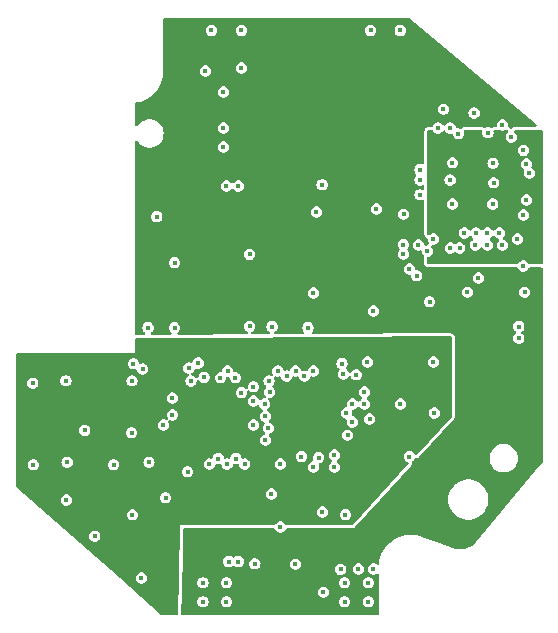
<source format=gbr>
%TF.GenerationSoftware,KiCad,Pcbnew,7.0.1*%
%TF.CreationDate,2023-04-30T22:37:30+01:00*%
%TF.ProjectId,left_main,6c656674-5f6d-4616-996e-2e6b69636164,rev?*%
%TF.SameCoordinates,Original*%
%TF.FileFunction,Copper,L3,Inr*%
%TF.FilePolarity,Positive*%
%FSLAX46Y46*%
G04 Gerber Fmt 4.6, Leading zero omitted, Abs format (unit mm)*
G04 Created by KiCad (PCBNEW 7.0.1) date 2023-04-30 22:37:30*
%MOMM*%
%LPD*%
G01*
G04 APERTURE LIST*
%TA.AperFunction,ViaPad*%
%ADD10C,0.450000*%
%TD*%
G04 APERTURE END LIST*
D10*
%TO.N,+3V3*%
X72000000Y-77400000D03*
X78000000Y-46535000D03*
X81200000Y-52800000D03*
X76500000Y-32000000D03*
X65786000Y-33782000D03*
%TO.N,GND*%
X85563914Y-41079448D03*
X56359500Y-55000000D03*
X85547496Y-44527343D03*
X78000000Y-45400000D03*
X57100000Y-45600000D03*
X57836250Y-69400000D03*
X66862944Y-54912444D03*
X88126001Y-49771300D03*
X81367000Y-36507000D03*
X63000000Y-76600000D03*
X73660000Y-61468000D03*
X63200000Y-74800000D03*
X80200000Y-52800000D03*
X80587500Y-62230000D03*
X75110000Y-62738000D03*
X59815500Y-58420000D03*
X58600000Y-55000000D03*
X66294000Y-64516000D03*
X71200000Y-77400000D03*
X53436250Y-66600000D03*
X77705627Y-29840795D03*
X74930000Y-57912000D03*
X70612000Y-45212000D03*
X54962500Y-63900000D03*
X69900000Y-55000000D03*
X63000000Y-78200000D03*
X73000000Y-76600000D03*
X75692000Y-44958000D03*
X87750000Y-54902500D03*
X66600000Y-59500000D03*
X84328000Y-50800000D03*
X55800000Y-76200000D03*
X85630500Y-42740500D03*
X78486000Y-65913000D03*
X81930926Y-42490500D03*
X61000000Y-76600000D03*
X51850000Y-72650000D03*
X61000000Y-78200000D03*
X64262000Y-60500000D03*
X46636250Y-66600000D03*
X80518000Y-57912000D03*
X51000000Y-63700000D03*
X82124228Y-41046611D03*
X75000000Y-78200000D03*
X70358000Y-52070000D03*
X82132438Y-44527343D03*
X61214000Y-33274000D03*
X58600000Y-49490500D03*
X46600000Y-59700000D03*
X57658000Y-63246000D03*
X71100000Y-42900000D03*
X67564000Y-71882000D03*
X64950500Y-48800000D03*
X75438000Y-53594000D03*
X64950500Y-54900000D03*
X73000000Y-78200000D03*
X75000000Y-76600000D03*
X62738000Y-38100000D03*
X66657894Y-60442106D03*
X62738000Y-35052000D03*
X72129131Y-66802000D03*
X67564000Y-66548000D03*
%TO.N,Net-(U2-VDDCORE)*%
X79380500Y-42490500D03*
%TO.N,Net-(U2-PA00{slash}EINT0{slash}SERCOM1.0)*%
X80918500Y-38090500D03*
%TO.N,Net-(U2-PA01{slash}EINT1{slash}SERCOM1.1)*%
X81934500Y-38090500D03*
%TO.N,+BATT*%
X88250000Y-52000000D03*
%TO.N,VBUS*%
X72675900Y-75469900D03*
X83400000Y-52000000D03*
%TO.N,VDD*%
X82100000Y-49300000D03*
X79380500Y-41615500D03*
X83598000Y-38590500D03*
X88392000Y-42926000D03*
X80730500Y-46190500D03*
%TO.N,Net-(IC1-MICL)*%
X68100000Y-59100000D03*
%TO.N,Net-(IC1-MICR)*%
X69600000Y-59100000D03*
%TO.N,Net-(IC1-MICS)*%
X68850000Y-58674000D03*
%TO.N,Net-(IC1-MICACL)*%
X67355000Y-58674000D03*
%TO.N,Net-(IC1-MICACR)*%
X70358000Y-58674000D03*
%TO.N,/AOHPR*%
X64000000Y-43000000D03*
%TO.N,+1V8*%
X73025000Y-65659000D03*
X59600000Y-60500000D03*
X80200000Y-56000000D03*
%TO.N,/HP_driver_L/vneg*%
X60600000Y-58000000D03*
X70358000Y-66802000D03*
%TO.N,Net-(IC1-CPN)*%
X70806050Y-66000000D03*
%TO.N,Net-(IC1-CPP)*%
X72136000Y-65786000D03*
%TO.N,Net-(IC1-QMICL)*%
X66802000Y-69088000D03*
%TO.N,Net-(IC1-IOP1L)*%
X71120000Y-70612000D03*
%TO.N,Net-(IC1-MIXR)*%
X69342000Y-65913000D03*
X73058750Y-70832250D03*
X73660000Y-62992000D03*
%TO.N,/HP_driver_R/QOP1R*%
X73977500Y-58991500D03*
%TO.N,/HP_driver_R/IOP2R*%
X77724000Y-61468000D03*
%TO.N,/HP_driver_R/QOP2R*%
X74676000Y-60452000D03*
%TO.N,Net-(IC1-QMICR)*%
X72781301Y-58035594D03*
%TO.N,/HP_driver_R/IOP1R*%
X72898000Y-58928000D03*
%TO.N,Net-(IC2-QMICL)*%
X63754000Y-59250000D03*
%TO.N,/AOHPL*%
X63000000Y-43000000D03*
%TO.N,Net-(IC2-MICL)*%
X63802500Y-66082500D03*
%TO.N,Net-(IC2-MICACL)*%
X64546428Y-66548000D03*
%TO.N,Net-(IC2-MICS)*%
X63052500Y-66548000D03*
%TO.N,Net-(IC2-IOP1L)*%
X63100000Y-58674000D03*
%TO.N,Net-(IC2-MICACR)*%
X61550000Y-66548000D03*
%TO.N,Net-(IC2-CPN)*%
X61098041Y-59212687D03*
%TO.N,Net-(IC2-CPP)*%
X59996884Y-59517929D03*
%TO.N,Net-(IC2-MICR)*%
X62302500Y-66082500D03*
%TO.N,Net-(IC2-MIXR)*%
X58420000Y-62386405D03*
X62484000Y-59250000D03*
%TO.N,/HP_driver_L/QOP1R*%
X49501250Y-66400000D03*
%TO.N,Net-(IC2-QMICR)*%
X55036250Y-70850000D03*
%TO.N,/HP_driver_L/IOP2R*%
X49400000Y-59497500D03*
%TO.N,/HP_driver_L/IOP1R*%
X49436250Y-69600000D03*
X56436250Y-66402500D03*
%TO.N,/HP_driver_L/QOP2R*%
X55000000Y-59500000D03*
%TO.N,/AREF*%
X82630500Y-38590500D03*
%TO.N,Net-(U8-OUT)*%
X64262000Y-33020000D03*
%TO.N,Net-(IC1-LINR)*%
X66548000Y-63500000D03*
%TO.N,Net-(IC1-QLINR)*%
X66294000Y-62500000D03*
%TO.N,/I2C_SDA*%
X66228000Y-61468000D03*
X84063188Y-48006000D03*
X65278000Y-60000000D03*
X79100000Y-50600000D03*
%TO.N,/I2C_SCL*%
X78486000Y-50038000D03*
X83130500Y-46990500D03*
%TO.N,/HP_R_-*%
X73152000Y-62230000D03*
%TO.N,/HP_R_+*%
X74676000Y-61468000D03*
%TO.N,/audio_in_R*%
X73250510Y-64106510D03*
%TO.N,Net-(IC2-LINR)*%
X65278000Y-61214000D03*
%TO.N,Net-(IC2-QLINR)*%
X65278000Y-63246000D03*
%TO.N,/HP_L_-*%
X55900000Y-58500000D03*
%TO.N,/HP_L_+*%
X55118000Y-58054974D03*
%TO.N,/audio_in_L*%
X58420000Y-60960000D03*
X64000000Y-74800000D03*
X59700000Y-67200000D03*
%TO.N,/D2*%
X88392000Y-44196000D03*
X68834000Y-75021000D03*
X75438000Y-75438000D03*
%TO.N,/ANC_PBO*%
X84130500Y-46990500D03*
%TO.N,/ANC_OFF*%
X85090000Y-48006000D03*
%TO.N,/ANC_ON*%
X85090000Y-46990000D03*
%TO.N,/D10*%
X86360000Y-48006000D03*
%TO.N,/USB_D+*%
X81948000Y-48260000D03*
%TO.N,/USB_D-*%
X82748000Y-48260000D03*
%TO.N,/D11*%
X74168000Y-75438000D03*
X65400000Y-75000000D03*
X87630000Y-47498000D03*
%TO.N,/D3*%
X75205627Y-29840795D03*
%TO.N,/A4*%
X64262000Y-29840795D03*
%TO.N,/D13*%
X86106000Y-46990000D03*
%TO.N,/BAT_V_SENSE*%
X87108140Y-38852500D03*
%TO.N,Net-(U3-PROG)*%
X87750000Y-55902500D03*
%TO.N,/~{RESET}*%
X79380500Y-43740500D03*
X62738000Y-39700000D03*
%TO.N,/BM83_UART_RX*%
X80518000Y-47498000D03*
X88392000Y-41148000D03*
%TO.N,/BM83_UART_TX*%
X88646000Y-41910000D03*
X79248000Y-48006000D03*
%TO.N,/BM83_PROG_EN*%
X86360000Y-37846000D03*
X77978000Y-47960000D03*
%TO.N,/A2*%
X61722000Y-29840795D03*
%TO.N,/A3*%
X85130500Y-38490500D03*
X83966500Y-36820500D03*
%TO.N,/D4*%
X77978000Y-48768000D03*
X88138000Y-39990500D03*
%TO.N,/3V3_EN*%
X80010000Y-48514000D03*
X88138000Y-45466000D03*
%TD*%
%TA.AperFunction,Conductor*%
%TO.N,+3V3*%
G36*
X78387149Y-28759217D02*
G01*
X78424331Y-28780570D01*
X89210816Y-37775266D01*
X89246258Y-37823767D01*
X89254746Y-37883235D01*
X89234288Y-37939714D01*
X89189684Y-37979950D01*
X89131402Y-37994500D01*
X87472448Y-37994500D01*
X87407501Y-38002892D01*
X87346520Y-38018922D01*
X87285834Y-38043554D01*
X87233408Y-38082800D01*
X87194559Y-38120555D01*
X87139663Y-38151556D01*
X87076617Y-38151556D01*
X87021721Y-38120555D01*
X86982871Y-38082800D01*
X86930445Y-38043553D01*
X86908428Y-38034617D01*
X86863707Y-38003565D01*
X86836598Y-37956350D01*
X86832327Y-37902077D01*
X86840390Y-37846000D01*
X86820931Y-37710658D01*
X86799176Y-37663022D01*
X86764130Y-37586282D01*
X86674587Y-37482943D01*
X86559562Y-37409022D01*
X86428367Y-37370500D01*
X86291633Y-37370500D01*
X86160437Y-37409022D01*
X86045412Y-37482943D01*
X85955869Y-37586282D01*
X85899068Y-37710657D01*
X85879609Y-37846002D01*
X85880595Y-37852856D01*
X85870651Y-37922013D01*
X85824896Y-37974816D01*
X85757857Y-37994500D01*
X85719415Y-37994500D01*
X85647430Y-38004849D01*
X85580391Y-38024534D01*
X85514242Y-38054745D01*
X85506771Y-38061219D01*
X85460504Y-38086481D01*
X85407924Y-38090241D01*
X85358533Y-38071819D01*
X85330062Y-38053522D01*
X85198867Y-38015000D01*
X85062133Y-38015000D01*
X84930937Y-38053522D01*
X84902465Y-38071820D01*
X84853073Y-38090241D01*
X84800493Y-38086480D01*
X84754226Y-38061217D01*
X84746757Y-38054745D01*
X84702685Y-38034617D01*
X84680608Y-38024534D01*
X84613569Y-38004849D01*
X84541585Y-37994500D01*
X83190686Y-37994500D01*
X83127497Y-38002437D01*
X83068073Y-38017604D01*
X83008809Y-38040921D01*
X82957153Y-38078170D01*
X82916833Y-38115710D01*
X82860855Y-38145631D01*
X82797404Y-38143932D01*
X82698868Y-38115000D01*
X82698867Y-38115000D01*
X82562133Y-38115000D01*
X82562131Y-38115000D01*
X82561535Y-38115175D01*
X82491667Y-38115172D01*
X82432891Y-38077397D01*
X82403868Y-38013842D01*
X82403572Y-38011785D01*
X82396797Y-37964657D01*
X82395431Y-37955157D01*
X82338630Y-37830782D01*
X82259160Y-37739068D01*
X82249089Y-37727445D01*
X82249088Y-37727444D01*
X82249087Y-37727443D01*
X82134062Y-37653522D01*
X82002867Y-37615000D01*
X81866133Y-37615000D01*
X81734937Y-37653522D01*
X81619910Y-37727444D01*
X81520213Y-37842503D01*
X81478012Y-37874095D01*
X81426500Y-37885301D01*
X81374988Y-37874095D01*
X81332787Y-37842503D01*
X81233089Y-37727444D01*
X81118062Y-37653522D01*
X80986867Y-37615000D01*
X80850133Y-37615000D01*
X80718937Y-37653522D01*
X80603912Y-37727443D01*
X80514369Y-37830782D01*
X80472706Y-37922012D01*
X80426951Y-37974816D01*
X80359912Y-37994500D01*
X80124000Y-37994500D01*
X80057871Y-38003206D01*
X79995873Y-38019818D01*
X79934248Y-38045344D01*
X79881331Y-38085948D01*
X79835948Y-38131331D01*
X79795344Y-38184248D01*
X79769818Y-38245873D01*
X79753206Y-38307871D01*
X79744500Y-38374000D01*
X79744500Y-41061161D01*
X79731384Y-41116665D01*
X79694810Y-41160428D01*
X79642517Y-41183191D01*
X79585565Y-41180138D01*
X79448867Y-41140000D01*
X79312133Y-41140000D01*
X79180937Y-41178522D01*
X79065912Y-41252443D01*
X78976369Y-41355782D01*
X78919568Y-41480157D01*
X78900110Y-41615499D01*
X78919568Y-41750842D01*
X78976369Y-41875217D01*
X79060056Y-41971798D01*
X79086847Y-42023766D01*
X79086847Y-42082234D01*
X79060056Y-42134202D01*
X78976369Y-42230782D01*
X78919568Y-42355157D01*
X78900110Y-42490500D01*
X78919568Y-42625842D01*
X78976369Y-42750217D01*
X79065912Y-42853556D01*
X79178424Y-42925862D01*
X79180939Y-42927478D01*
X79312133Y-42966000D01*
X79448867Y-42966000D01*
X79585565Y-42925862D01*
X79642517Y-42922809D01*
X79694810Y-42945572D01*
X79731384Y-42989335D01*
X79744500Y-43044839D01*
X79744500Y-43186161D01*
X79731384Y-43241665D01*
X79694810Y-43285428D01*
X79642517Y-43308191D01*
X79585565Y-43305138D01*
X79448867Y-43265000D01*
X79312133Y-43265000D01*
X79180937Y-43303522D01*
X79065912Y-43377443D01*
X78976369Y-43480782D01*
X78919568Y-43605157D01*
X78900110Y-43740499D01*
X78919568Y-43875842D01*
X78976369Y-44000217D01*
X79065912Y-44103556D01*
X79178424Y-44175862D01*
X79180939Y-44177478D01*
X79312133Y-44216000D01*
X79448867Y-44216000D01*
X79585565Y-44175862D01*
X79642517Y-44172809D01*
X79694810Y-44195572D01*
X79731384Y-44239335D01*
X79744500Y-44294839D01*
X79744500Y-47038584D01*
X79753602Y-47106170D01*
X79770962Y-47169451D01*
X79797622Y-47232223D01*
X79797624Y-47232227D01*
X79839945Y-47285714D01*
X79887160Y-47331273D01*
X79942124Y-47371659D01*
X79957381Y-47377505D01*
X80003260Y-47408258D01*
X80031233Y-47455883D01*
X80033262Y-47480613D01*
X80035073Y-47480353D01*
X80057068Y-47633342D01*
X80119885Y-47770888D01*
X80135951Y-47800310D01*
X80139712Y-47852892D01*
X80121289Y-47902285D01*
X80097149Y-47939849D01*
X80094333Y-47949437D01*
X80069072Y-47995702D01*
X80026870Y-48027294D01*
X79975358Y-48038500D01*
X79941633Y-48038500D01*
X79878818Y-48056944D01*
X79826235Y-48060705D01*
X79776843Y-48042282D01*
X79739567Y-48005006D01*
X79721145Y-47955615D01*
X79708931Y-47870658D01*
X79700817Y-47852892D01*
X79652130Y-47746282D01*
X79562587Y-47642943D01*
X79447562Y-47569022D01*
X79316367Y-47530500D01*
X79179633Y-47530500D01*
X79048437Y-47569022D01*
X78933412Y-47642943D01*
X78843869Y-47746282D01*
X78787068Y-47870657D01*
X78767610Y-48006000D01*
X78787068Y-48141342D01*
X78843869Y-48265717D01*
X78843870Y-48265718D01*
X78928183Y-48363022D01*
X78933412Y-48369056D01*
X79039048Y-48436943D01*
X79048439Y-48442978D01*
X79179633Y-48481500D01*
X79316365Y-48481500D01*
X79316367Y-48481500D01*
X79379186Y-48463054D01*
X79431762Y-48459294D01*
X79481155Y-48477716D01*
X79518431Y-48514992D01*
X79536854Y-48564385D01*
X79549068Y-48649342D01*
X79605869Y-48773717D01*
X79695412Y-48877056D01*
X79704377Y-48882818D01*
X79740028Y-48917630D01*
X79759096Y-48963666D01*
X79758503Y-49013490D01*
X79750340Y-49051014D01*
X79744500Y-49105340D01*
X79744500Y-49526000D01*
X79753206Y-49592128D01*
X79769818Y-49654126D01*
X79795344Y-49715751D01*
X79835948Y-49768668D01*
X79881331Y-49814051D01*
X79934248Y-49854655D01*
X79934249Y-49854655D01*
X79934250Y-49854656D01*
X79995871Y-49880181D01*
X80057871Y-49896794D01*
X80124000Y-49905500D01*
X87584859Y-49905500D01*
X87630945Y-49914382D01*
X87670429Y-49939757D01*
X87697653Y-49977989D01*
X87721869Y-50031016D01*
X87811413Y-50134356D01*
X87926438Y-50208277D01*
X87926440Y-50208278D01*
X88057634Y-50246800D01*
X88194368Y-50246800D01*
X88325562Y-50208278D01*
X88440590Y-50134355D01*
X88530131Y-50031018D01*
X88530824Y-50029500D01*
X88554349Y-49977989D01*
X88581573Y-49939757D01*
X88621057Y-49914382D01*
X88667143Y-49905500D01*
X89650332Y-49905500D01*
X89712332Y-49922113D01*
X89757719Y-49967500D01*
X89774332Y-50029500D01*
X89774332Y-66353968D01*
X89766854Y-66396379D01*
X89745322Y-66433673D01*
X89160574Y-67130549D01*
X84131988Y-73123384D01*
X84126362Y-73129643D01*
X83965910Y-73296439D01*
X83953455Y-73307742D01*
X83775208Y-73448680D01*
X83761336Y-73458194D01*
X83565657Y-73573710D01*
X83550627Y-73581258D01*
X83341117Y-73669231D01*
X83325203Y-73674676D01*
X83105713Y-73733487D01*
X83089208Y-73736728D01*
X82863784Y-73765293D01*
X82846993Y-73766271D01*
X82619775Y-73764066D01*
X82603006Y-73762763D01*
X82378171Y-73729829D01*
X82361732Y-73726268D01*
X82139080Y-73661954D01*
X82131080Y-73659346D01*
X82077300Y-73639771D01*
X82077297Y-73639771D01*
X81895796Y-73573710D01*
X80552815Y-73084904D01*
X79565596Y-72725585D01*
X79565386Y-72725457D01*
X79374076Y-72655904D01*
X79077244Y-72584479D01*
X78774262Y-72546961D01*
X78468987Y-72543827D01*
X78165294Y-72575116D01*
X77867069Y-72640428D01*
X77637472Y-72718696D01*
X77578099Y-72738936D01*
X77474007Y-72788127D01*
X77302064Y-72869383D01*
X77042511Y-73030094D01*
X76802704Y-73219043D01*
X76585720Y-73433814D01*
X76394325Y-73671665D01*
X76230949Y-73929577D01*
X76097687Y-74204238D01*
X75996220Y-74492190D01*
X75927852Y-74789734D01*
X75908272Y-74962388D01*
X75885969Y-75020483D01*
X75838253Y-75060427D01*
X75777141Y-75072162D01*
X75718024Y-75052731D01*
X75637562Y-75001022D01*
X75506367Y-74962500D01*
X75369633Y-74962500D01*
X75238437Y-75001022D01*
X75123412Y-75074943D01*
X75033869Y-75178282D01*
X74977068Y-75302657D01*
X74957610Y-75438000D01*
X74977068Y-75573342D01*
X75033869Y-75697717D01*
X75123412Y-75801056D01*
X75238437Y-75874977D01*
X75238439Y-75874978D01*
X75369633Y-75913500D01*
X75506367Y-75913500D01*
X75637561Y-75874978D01*
X75662296Y-75859081D01*
X75702359Y-75833336D01*
X75764972Y-75813731D01*
X75828824Y-75828820D01*
X75876039Y-75874379D01*
X75893397Y-75937652D01*
X75893397Y-79226804D01*
X75876784Y-79288804D01*
X75831397Y-79334191D01*
X75769397Y-79350804D01*
X59296398Y-79350804D01*
X59233548Y-79333696D01*
X59188040Y-79287092D01*
X59172433Y-79223852D01*
X59186407Y-78636978D01*
X59196811Y-78199999D01*
X60519610Y-78199999D01*
X60539068Y-78335342D01*
X60595869Y-78459717D01*
X60685412Y-78563056D01*
X60800437Y-78636977D01*
X60800439Y-78636978D01*
X60931633Y-78675500D01*
X61068367Y-78675500D01*
X61199561Y-78636978D01*
X61314589Y-78563055D01*
X61404130Y-78459718D01*
X61460931Y-78335342D01*
X61480390Y-78200000D01*
X61480390Y-78199999D01*
X62519610Y-78199999D01*
X62539068Y-78335342D01*
X62595869Y-78459717D01*
X62685412Y-78563056D01*
X62800437Y-78636977D01*
X62800439Y-78636978D01*
X62931633Y-78675500D01*
X63068367Y-78675500D01*
X63199561Y-78636978D01*
X63314589Y-78563055D01*
X63404130Y-78459718D01*
X63460931Y-78335342D01*
X63480390Y-78200000D01*
X63480390Y-78199999D01*
X72519610Y-78199999D01*
X72539068Y-78335342D01*
X72595869Y-78459717D01*
X72685412Y-78563056D01*
X72800437Y-78636977D01*
X72800439Y-78636978D01*
X72931633Y-78675500D01*
X73068367Y-78675500D01*
X73199561Y-78636978D01*
X73314589Y-78563055D01*
X73404130Y-78459718D01*
X73460931Y-78335342D01*
X73480390Y-78200000D01*
X73480390Y-78199999D01*
X74519610Y-78199999D01*
X74539068Y-78335342D01*
X74595869Y-78459717D01*
X74685412Y-78563056D01*
X74800437Y-78636977D01*
X74800439Y-78636978D01*
X74931633Y-78675500D01*
X75068367Y-78675500D01*
X75199561Y-78636978D01*
X75314589Y-78563055D01*
X75404130Y-78459718D01*
X75460931Y-78335342D01*
X75480390Y-78200000D01*
X75460931Y-78064658D01*
X75404130Y-77940282D01*
X75314589Y-77836945D01*
X75314588Y-77836944D01*
X75314587Y-77836943D01*
X75199562Y-77763022D01*
X75068367Y-77724500D01*
X74931633Y-77724500D01*
X74800437Y-77763022D01*
X74685412Y-77836943D01*
X74595869Y-77940282D01*
X74539068Y-78064657D01*
X74519610Y-78199999D01*
X73480390Y-78199999D01*
X73460931Y-78064658D01*
X73404130Y-77940282D01*
X73314589Y-77836945D01*
X73314588Y-77836944D01*
X73314587Y-77836943D01*
X73199562Y-77763022D01*
X73068367Y-77724500D01*
X72931633Y-77724500D01*
X72800437Y-77763022D01*
X72685412Y-77836943D01*
X72595869Y-77940282D01*
X72539068Y-78064657D01*
X72519610Y-78199999D01*
X63480390Y-78199999D01*
X63460931Y-78064658D01*
X63404130Y-77940282D01*
X63314589Y-77836945D01*
X63314588Y-77836944D01*
X63314587Y-77836943D01*
X63199562Y-77763022D01*
X63068367Y-77724500D01*
X62931633Y-77724500D01*
X62800437Y-77763022D01*
X62685412Y-77836943D01*
X62595869Y-77940282D01*
X62539068Y-78064657D01*
X62519610Y-78199999D01*
X61480390Y-78199999D01*
X61460931Y-78064658D01*
X61404130Y-77940282D01*
X61314589Y-77836945D01*
X61314588Y-77836944D01*
X61314587Y-77836943D01*
X61199562Y-77763022D01*
X61068367Y-77724500D01*
X60931633Y-77724500D01*
X60800437Y-77763022D01*
X60685412Y-77836943D01*
X60595869Y-77940282D01*
X60539068Y-78064657D01*
X60519610Y-78199999D01*
X59196811Y-78199999D01*
X59215859Y-77399999D01*
X70719610Y-77399999D01*
X70739068Y-77535342D01*
X70795869Y-77659717D01*
X70795870Y-77659718D01*
X70885382Y-77763022D01*
X70885412Y-77763056D01*
X71000437Y-77836977D01*
X71000439Y-77836978D01*
X71131633Y-77875500D01*
X71268367Y-77875500D01*
X71399561Y-77836978D01*
X71514589Y-77763055D01*
X71604130Y-77659718D01*
X71660931Y-77535342D01*
X71680390Y-77400000D01*
X71660931Y-77264658D01*
X71604130Y-77140282D01*
X71514589Y-77036945D01*
X71514588Y-77036944D01*
X71514587Y-77036943D01*
X71399562Y-76963022D01*
X71268367Y-76924500D01*
X71131633Y-76924500D01*
X71000437Y-76963022D01*
X70885412Y-77036943D01*
X70795869Y-77140282D01*
X70739068Y-77264657D01*
X70719610Y-77399999D01*
X59215859Y-77399999D01*
X59234906Y-76599999D01*
X60519610Y-76599999D01*
X60539068Y-76735342D01*
X60595869Y-76859717D01*
X60595870Y-76859718D01*
X60685382Y-76963022D01*
X60685412Y-76963056D01*
X60800437Y-77036977D01*
X60800439Y-77036978D01*
X60931633Y-77075500D01*
X61068367Y-77075500D01*
X61199561Y-77036978D01*
X61314589Y-76963055D01*
X61404130Y-76859718D01*
X61460931Y-76735342D01*
X61480390Y-76600000D01*
X61480390Y-76599999D01*
X62519610Y-76599999D01*
X62539068Y-76735342D01*
X62595869Y-76859717D01*
X62595870Y-76859718D01*
X62685382Y-76963022D01*
X62685412Y-76963056D01*
X62800437Y-77036977D01*
X62800439Y-77036978D01*
X62931633Y-77075500D01*
X63068367Y-77075500D01*
X63199561Y-77036978D01*
X63314589Y-76963055D01*
X63404130Y-76859718D01*
X63460931Y-76735342D01*
X63480390Y-76600000D01*
X63460931Y-76464658D01*
X63404130Y-76340282D01*
X63314589Y-76236945D01*
X63314588Y-76236944D01*
X63314587Y-76236943D01*
X63199562Y-76163022D01*
X63068367Y-76124500D01*
X62931633Y-76124500D01*
X62800437Y-76163022D01*
X62685412Y-76236943D01*
X62595869Y-76340282D01*
X62539068Y-76464657D01*
X62519610Y-76599999D01*
X61480390Y-76599999D01*
X61460931Y-76464658D01*
X61404130Y-76340282D01*
X61314589Y-76236945D01*
X61314588Y-76236944D01*
X61314587Y-76236943D01*
X61199562Y-76163022D01*
X61068367Y-76124500D01*
X60931633Y-76124500D01*
X60800437Y-76163022D01*
X60685412Y-76236943D01*
X60595869Y-76340282D01*
X60539068Y-76464657D01*
X60519610Y-76599999D01*
X59234906Y-76599999D01*
X59277763Y-74799999D01*
X62719610Y-74799999D01*
X62739068Y-74935342D01*
X62795869Y-75059717D01*
X62885412Y-75163056D01*
X63000437Y-75236977D01*
X63000439Y-75236978D01*
X63131633Y-75275500D01*
X63268367Y-75275500D01*
X63399561Y-75236978D01*
X63441257Y-75210182D01*
X63529589Y-75153416D01*
X63530359Y-75154615D01*
X63548486Y-75141046D01*
X63600000Y-75129839D01*
X63651514Y-75141046D01*
X63669640Y-75154615D01*
X63670411Y-75153416D01*
X63800437Y-75236977D01*
X63800439Y-75236978D01*
X63931633Y-75275500D01*
X64068367Y-75275500D01*
X64199561Y-75236978D01*
X64314589Y-75163055D01*
X64404130Y-75059718D01*
X64431403Y-74999999D01*
X64919610Y-74999999D01*
X64939068Y-75135342D01*
X64995869Y-75259717D01*
X65014066Y-75280718D01*
X65060718Y-75334558D01*
X65085412Y-75363056D01*
X65200437Y-75436977D01*
X65200439Y-75436978D01*
X65331633Y-75475500D01*
X65468367Y-75475500D01*
X65599561Y-75436978D01*
X65714589Y-75363055D01*
X65804130Y-75259718D01*
X65860931Y-75135342D01*
X65877371Y-75020999D01*
X68353610Y-75020999D01*
X68373068Y-75156342D01*
X68429869Y-75280717D01*
X68429870Y-75280718D01*
X68501215Y-75363056D01*
X68519412Y-75384056D01*
X68603352Y-75438000D01*
X68634439Y-75457978D01*
X68765633Y-75496500D01*
X68902367Y-75496500D01*
X68992962Y-75469899D01*
X72195510Y-75469899D01*
X72214968Y-75605242D01*
X72271769Y-75729617D01*
X72271770Y-75729618D01*
X72344653Y-75813731D01*
X72361312Y-75832956D01*
X72476337Y-75906877D01*
X72476339Y-75906878D01*
X72607533Y-75945400D01*
X72716760Y-75945400D01*
X72777735Y-75961428D01*
X72822948Y-76005367D01*
X72840709Y-76065860D01*
X72826429Y-76127268D01*
X72783799Y-76173716D01*
X72685411Y-76236944D01*
X72595869Y-76340282D01*
X72539068Y-76464657D01*
X72519610Y-76599999D01*
X72539068Y-76735342D01*
X72595869Y-76859717D01*
X72595870Y-76859718D01*
X72685382Y-76963022D01*
X72685412Y-76963056D01*
X72800437Y-77036977D01*
X72800439Y-77036978D01*
X72931633Y-77075500D01*
X73068367Y-77075500D01*
X73199561Y-77036978D01*
X73314589Y-76963055D01*
X73404130Y-76859718D01*
X73460931Y-76735342D01*
X73480390Y-76600000D01*
X73480390Y-76599999D01*
X74519610Y-76599999D01*
X74539068Y-76735342D01*
X74595869Y-76859717D01*
X74595870Y-76859718D01*
X74685382Y-76963022D01*
X74685412Y-76963056D01*
X74800437Y-77036977D01*
X74800439Y-77036978D01*
X74931633Y-77075500D01*
X75068367Y-77075500D01*
X75199561Y-77036978D01*
X75314589Y-76963055D01*
X75404130Y-76859718D01*
X75460931Y-76735342D01*
X75480390Y-76600000D01*
X75460931Y-76464658D01*
X75404130Y-76340282D01*
X75314589Y-76236945D01*
X75314588Y-76236944D01*
X75314587Y-76236943D01*
X75199562Y-76163022D01*
X75068367Y-76124500D01*
X74931633Y-76124500D01*
X74800437Y-76163022D01*
X74685412Y-76236943D01*
X74595869Y-76340282D01*
X74539068Y-76464657D01*
X74519610Y-76599999D01*
X73480390Y-76599999D01*
X73460931Y-76464658D01*
X73404130Y-76340282D01*
X73314589Y-76236945D01*
X73314588Y-76236944D01*
X73314587Y-76236943D01*
X73199562Y-76163022D01*
X73068367Y-76124500D01*
X72959140Y-76124500D01*
X72898165Y-76108472D01*
X72852952Y-76064533D01*
X72835191Y-76004040D01*
X72849471Y-75942632D01*
X72892101Y-75896184D01*
X72990489Y-75832955D01*
X73080030Y-75729618D01*
X73136831Y-75605242D01*
X73156290Y-75469900D01*
X73151704Y-75438000D01*
X73687610Y-75438000D01*
X73707068Y-75573342D01*
X73763869Y-75697717D01*
X73853412Y-75801056D01*
X73968437Y-75874977D01*
X73968439Y-75874978D01*
X74099633Y-75913500D01*
X74236367Y-75913500D01*
X74367561Y-75874978D01*
X74482589Y-75801055D01*
X74572130Y-75697718D01*
X74628931Y-75573342D01*
X74648390Y-75438000D01*
X74628931Y-75302658D01*
X74618911Y-75280718D01*
X74572130Y-75178282D01*
X74482587Y-75074943D01*
X74367562Y-75001022D01*
X74236367Y-74962500D01*
X74099633Y-74962500D01*
X73968437Y-75001022D01*
X73853412Y-75074943D01*
X73763869Y-75178282D01*
X73707068Y-75302657D01*
X73687610Y-75438000D01*
X73151704Y-75438000D01*
X73136831Y-75334558D01*
X73122262Y-75302657D01*
X73080030Y-75210182D01*
X73052389Y-75178282D01*
X72990489Y-75106845D01*
X72990488Y-75106844D01*
X72990487Y-75106843D01*
X72875462Y-75032922D01*
X72744267Y-74994400D01*
X72607533Y-74994400D01*
X72476337Y-75032922D01*
X72361312Y-75106843D01*
X72271769Y-75210182D01*
X72214968Y-75334557D01*
X72195510Y-75469899D01*
X68992962Y-75469899D01*
X69033561Y-75457978D01*
X69148589Y-75384055D01*
X69238130Y-75280718D01*
X69294931Y-75156342D01*
X69314390Y-75021000D01*
X69294931Y-74885658D01*
X69238130Y-74761282D01*
X69148589Y-74657945D01*
X69148588Y-74657944D01*
X69148587Y-74657943D01*
X69033562Y-74584022D01*
X68902367Y-74545500D01*
X68765633Y-74545500D01*
X68634437Y-74584022D01*
X68519412Y-74657943D01*
X68429869Y-74761282D01*
X68373068Y-74885657D01*
X68353610Y-75020999D01*
X65877371Y-75020999D01*
X65880390Y-75000000D01*
X65860931Y-74864658D01*
X65831402Y-74800000D01*
X65804130Y-74740282D01*
X65804129Y-74740281D01*
X65714589Y-74636945D01*
X65714588Y-74636944D01*
X65714587Y-74636943D01*
X65599562Y-74563022D01*
X65468367Y-74524500D01*
X65331633Y-74524500D01*
X65200437Y-74563022D01*
X65085412Y-74636943D01*
X64995869Y-74740282D01*
X64939068Y-74864657D01*
X64919610Y-74999999D01*
X64431403Y-74999999D01*
X64460931Y-74935342D01*
X64480390Y-74800000D01*
X64460931Y-74664658D01*
X64457865Y-74657945D01*
X64404130Y-74540282D01*
X64390455Y-74524500D01*
X64314589Y-74436945D01*
X64314588Y-74436944D01*
X64314587Y-74436943D01*
X64199562Y-74363022D01*
X64068367Y-74324500D01*
X63931633Y-74324500D01*
X63800437Y-74363022D01*
X63670411Y-74446584D01*
X63668480Y-74443579D01*
X63634932Y-74465138D01*
X63565068Y-74465138D01*
X63531519Y-74443579D01*
X63529589Y-74446584D01*
X63399562Y-74363022D01*
X63268367Y-74324500D01*
X63131633Y-74324500D01*
X63000437Y-74363022D01*
X62885412Y-74436943D01*
X62795869Y-74540282D01*
X62739068Y-74664657D01*
X62719610Y-74799999D01*
X59277763Y-74799999D01*
X59318598Y-73084905D01*
X59341857Y-72108048D01*
X59359432Y-72047304D01*
X59404676Y-72003124D01*
X59465822Y-71987000D01*
X67009522Y-71987000D01*
X67076561Y-72006684D01*
X67122316Y-72059488D01*
X67144493Y-72108048D01*
X67159870Y-72141718D01*
X67249411Y-72245055D01*
X67249412Y-72245056D01*
X67364437Y-72318977D01*
X67364439Y-72318978D01*
X67495633Y-72357500D01*
X67632367Y-72357500D01*
X67763561Y-72318978D01*
X67878589Y-72245055D01*
X67968130Y-72141718D01*
X67991356Y-72090858D01*
X68005684Y-72059488D01*
X68051439Y-72006684D01*
X68118478Y-71987000D01*
X73640558Y-71987000D01*
X73666900Y-71984254D01*
X73693245Y-71981509D01*
X73743287Y-71970963D01*
X73793711Y-71954724D01*
X73839703Y-71928435D01*
X73881233Y-71898590D01*
X73920812Y-71863385D01*
X76031841Y-69551304D01*
X81769563Y-69551304D01*
X81788609Y-69805458D01*
X81845324Y-70053941D01*
X81938440Y-70291195D01*
X82065870Y-70511911D01*
X82065873Y-70511916D01*
X82224782Y-70711181D01*
X82411615Y-70884536D01*
X82622198Y-71028109D01*
X82851828Y-71138693D01*
X83095374Y-71213817D01*
X83347397Y-71251804D01*
X83602267Y-71251804D01*
X83854290Y-71213817D01*
X84097836Y-71138693D01*
X84327466Y-71028109D01*
X84538049Y-70884536D01*
X84724882Y-70711181D01*
X84883791Y-70511916D01*
X85011225Y-70291192D01*
X85104340Y-70053941D01*
X85161054Y-69805461D01*
X85180100Y-69551304D01*
X85161054Y-69297147D01*
X85104340Y-69048667D01*
X85011225Y-68811416D01*
X84883791Y-68590692D01*
X84724882Y-68391427D01*
X84538049Y-68218072D01*
X84327466Y-68074499D01*
X84097836Y-67963915D01*
X83854290Y-67888791D01*
X83602267Y-67850804D01*
X83347397Y-67850804D01*
X83095374Y-67888791D01*
X82851828Y-67963915D01*
X82622198Y-68074499D01*
X82516906Y-68146285D01*
X82411613Y-68218073D01*
X82290798Y-68330173D01*
X82224782Y-68391427D01*
X82093676Y-68555829D01*
X82065870Y-68590696D01*
X81938440Y-68811412D01*
X81845324Y-69048666D01*
X81788609Y-69297149D01*
X81769563Y-69551304D01*
X76031841Y-69551304D01*
X78595450Y-66743541D01*
X78632583Y-66690796D01*
X78661641Y-66635900D01*
X78684380Y-66575533D01*
X78691277Y-66511396D01*
X78690068Y-66449296D01*
X78687970Y-66435032D01*
X78690082Y-66388014D01*
X78709565Y-66345168D01*
X78743607Y-66312674D01*
X78800589Y-66276055D01*
X78890130Y-66172718D01*
X78905638Y-66138758D01*
X78933838Y-66099608D01*
X78974848Y-66074183D01*
X79022453Y-66066336D01*
X79047250Y-66067142D01*
X79107552Y-66061648D01*
X79155108Y-66051304D01*
X85269189Y-66051304D01*
X85289717Y-66272841D01*
X85350601Y-66486830D01*
X85449773Y-66685992D01*
X85583851Y-66863541D01*
X85748269Y-67013428D01*
X85937427Y-67130549D01*
X85937429Y-67130549D01*
X85937431Y-67130551D01*
X86144892Y-67210922D01*
X86363589Y-67251804D01*
X86586073Y-67251804D01*
X86586075Y-67251804D01*
X86804772Y-67210922D01*
X87012233Y-67130551D01*
X87201394Y-67013428D01*
X87365813Y-66863540D01*
X87499890Y-66685993D01*
X87599061Y-66486832D01*
X87602551Y-66474568D01*
X87627899Y-66385476D01*
X87659947Y-66272840D01*
X87680475Y-66051304D01*
X87659947Y-65829768D01*
X87624281Y-65704414D01*
X87599062Y-65615777D01*
X87499890Y-65416615D01*
X87365812Y-65239066D01*
X87201394Y-65089179D01*
X87012236Y-64972058D01*
X86951006Y-64948337D01*
X86804772Y-64891686D01*
X86586075Y-64850804D01*
X86363589Y-64850804D01*
X86144892Y-64891685D01*
X86144892Y-64891686D01*
X85937427Y-64972058D01*
X85748269Y-65089179D01*
X85583851Y-65239066D01*
X85449773Y-65416615D01*
X85350601Y-65615777D01*
X85289717Y-65829766D01*
X85269189Y-66051304D01*
X79155108Y-66051304D01*
X79168978Y-66048287D01*
X79168977Y-66048287D01*
X79225279Y-66020333D01*
X79225776Y-66020003D01*
X79275792Y-65986936D01*
X79323563Y-65946083D01*
X82251505Y-62739292D01*
X82279973Y-62701647D01*
X82304010Y-62662877D01*
X82304011Y-62662876D01*
X82337998Y-62575245D01*
X82337999Y-62575243D01*
X82346390Y-62530404D01*
X82350750Y-62483407D01*
X82350750Y-55902500D01*
X87269610Y-55902500D01*
X87289068Y-56037842D01*
X87345869Y-56162217D01*
X87435412Y-56265556D01*
X87550437Y-56339477D01*
X87550439Y-56339478D01*
X87681633Y-56378000D01*
X87818367Y-56378000D01*
X87949561Y-56339478D01*
X88064589Y-56265555D01*
X88154130Y-56162218D01*
X88210931Y-56037842D01*
X88230390Y-55902500D01*
X88210931Y-55767158D01*
X88154130Y-55642782D01*
X88064589Y-55539445D01*
X88064588Y-55539444D01*
X88064587Y-55539443D01*
X88013817Y-55506816D01*
X87972023Y-55461928D01*
X87956855Y-55402500D01*
X87972023Y-55343072D01*
X88013817Y-55298184D01*
X88049114Y-55275500D01*
X88064589Y-55265555D01*
X88154130Y-55162218D01*
X88210931Y-55037842D01*
X88230390Y-54902500D01*
X88210931Y-54767158D01*
X88209789Y-54764658D01*
X88154130Y-54642782D01*
X88073205Y-54549389D01*
X88064589Y-54539445D01*
X88064588Y-54539444D01*
X88064587Y-54539443D01*
X87949562Y-54465522D01*
X87818367Y-54427000D01*
X87681633Y-54427000D01*
X87550437Y-54465522D01*
X87435412Y-54539443D01*
X87345869Y-54642782D01*
X87289068Y-54767157D01*
X87269610Y-54902500D01*
X87289068Y-55037842D01*
X87345869Y-55162217D01*
X87435411Y-55265555D01*
X87486183Y-55298184D01*
X87527976Y-55343073D01*
X87543144Y-55402500D01*
X87527976Y-55461927D01*
X87486183Y-55506816D01*
X87435411Y-55539444D01*
X87345869Y-55642782D01*
X87289068Y-55767157D01*
X87269610Y-55902500D01*
X82350750Y-55902500D01*
X82350750Y-55856147D01*
X82341986Y-55789803D01*
X82325265Y-55727617D01*
X82299577Y-55665828D01*
X82258726Y-55612828D01*
X82213074Y-55567412D01*
X82159858Y-55526833D01*
X82159857Y-55526832D01*
X82097931Y-55501465D01*
X82035662Y-55485070D01*
X81969268Y-55476651D01*
X70335820Y-55537242D01*
X70280927Y-55524748D01*
X70237215Y-55489271D01*
X70213695Y-55438122D01*
X70215215Y-55381846D01*
X70241458Y-55332045D01*
X70304130Y-55259718D01*
X70360931Y-55135342D01*
X70380390Y-55000000D01*
X70360931Y-54864658D01*
X70316403Y-54767157D01*
X70304130Y-54740282D01*
X70228263Y-54652726D01*
X70214589Y-54636945D01*
X70214588Y-54636944D01*
X70214587Y-54636943D01*
X70099562Y-54563022D01*
X69968367Y-54524500D01*
X69831633Y-54524500D01*
X69700437Y-54563022D01*
X69585412Y-54636943D01*
X69495869Y-54740282D01*
X69439068Y-54864657D01*
X69419610Y-54999999D01*
X69439068Y-55135342D01*
X69495870Y-55259719D01*
X69562448Y-55336555D01*
X69591450Y-55399951D01*
X69581663Y-55468975D01*
X69536181Y-55521810D01*
X69469381Y-55541755D01*
X67167521Y-55553744D01*
X67106350Y-55537971D01*
X67060888Y-55494110D01*
X67042933Y-55433544D01*
X67057146Y-55371992D01*
X67099833Y-55325432D01*
X67177533Y-55275499D01*
X67267074Y-55172162D01*
X67323875Y-55047786D01*
X67343334Y-54912444D01*
X67323875Y-54777102D01*
X67319333Y-54767157D01*
X67267074Y-54652726D01*
X67177531Y-54549387D01*
X67062506Y-54475466D01*
X66931311Y-54436944D01*
X66794577Y-54436944D01*
X66663381Y-54475466D01*
X66548356Y-54549387D01*
X66458813Y-54652726D01*
X66402012Y-54777101D01*
X66382554Y-54912444D01*
X66402012Y-55047786D01*
X66458813Y-55172161D01*
X66458814Y-55172162D01*
X66539739Y-55265556D01*
X66548356Y-55275500D01*
X66582539Y-55297467D01*
X66630938Y-55328571D01*
X66673508Y-55374904D01*
X66687856Y-55436168D01*
X66670286Y-55496586D01*
X66625324Y-55540603D01*
X66564545Y-55556884D01*
X65219929Y-55563888D01*
X65158758Y-55548116D01*
X65113296Y-55504254D01*
X65095341Y-55443688D01*
X65109554Y-55382136D01*
X65152244Y-55335575D01*
X65265089Y-55263055D01*
X65354630Y-55159718D01*
X65411431Y-55035342D01*
X65430890Y-54900000D01*
X65413220Y-54777101D01*
X65411431Y-54764657D01*
X65354630Y-54640282D01*
X65354629Y-54640281D01*
X65265089Y-54536945D01*
X65265088Y-54536944D01*
X65265087Y-54536943D01*
X65150062Y-54463022D01*
X65018867Y-54424500D01*
X64882133Y-54424500D01*
X64750937Y-54463022D01*
X64635912Y-54536943D01*
X64546369Y-54640282D01*
X64489568Y-54764657D01*
X64470110Y-54900000D01*
X64489568Y-55035342D01*
X64546369Y-55159717D01*
X64635912Y-55263056D01*
X64695287Y-55301213D01*
X64750939Y-55336978D01*
X64753076Y-55338351D01*
X64795647Y-55384685D01*
X64809995Y-55445949D01*
X64792425Y-55506368D01*
X64747463Y-55550384D01*
X64686684Y-55566665D01*
X58974418Y-55596417D01*
X58913247Y-55580644D01*
X58867785Y-55536782D01*
X58849830Y-55476216D01*
X58864044Y-55414664D01*
X58906734Y-55368102D01*
X58914589Y-55363055D01*
X59004130Y-55259718D01*
X59060931Y-55135342D01*
X59080390Y-55000000D01*
X59060931Y-54864658D01*
X59016403Y-54767157D01*
X59004130Y-54740282D01*
X58928263Y-54652726D01*
X58914589Y-54636945D01*
X58914588Y-54636944D01*
X58914587Y-54636943D01*
X58799562Y-54563022D01*
X58668367Y-54524500D01*
X58531633Y-54524500D01*
X58400437Y-54563022D01*
X58285412Y-54636943D01*
X58195869Y-54740282D01*
X58139068Y-54864657D01*
X58119610Y-55000000D01*
X58139068Y-55135342D01*
X58195869Y-55259717D01*
X58285411Y-55363055D01*
X58299275Y-55371965D01*
X58341845Y-55418300D01*
X58356193Y-55479564D01*
X58338623Y-55539982D01*
X58293660Y-55583998D01*
X58232882Y-55600279D01*
X56715612Y-55608181D01*
X56654441Y-55592408D01*
X56608979Y-55548547D01*
X56591024Y-55487980D01*
X56605237Y-55426428D01*
X56647927Y-55379867D01*
X56674089Y-55363055D01*
X56763630Y-55259718D01*
X56820431Y-55135342D01*
X56839890Y-55000000D01*
X56820431Y-54864658D01*
X56775903Y-54767157D01*
X56763630Y-54740282D01*
X56687763Y-54652726D01*
X56674089Y-54636945D01*
X56674088Y-54636944D01*
X56674087Y-54636943D01*
X56559062Y-54563022D01*
X56427867Y-54524500D01*
X56291133Y-54524500D01*
X56159937Y-54563022D01*
X56044912Y-54636943D01*
X55955369Y-54740282D01*
X55898568Y-54864657D01*
X55879110Y-55000000D01*
X55898568Y-55135342D01*
X55955369Y-55259717D01*
X56021099Y-55335574D01*
X56044911Y-55363055D01*
X56076787Y-55383540D01*
X56119357Y-55429873D01*
X56133706Y-55491137D01*
X56116136Y-55551556D01*
X56071174Y-55595573D01*
X56010395Y-55611854D01*
X55369646Y-55615192D01*
X55307373Y-55598796D01*
X55261721Y-55553380D01*
X55245000Y-55491194D01*
X55245000Y-53594000D01*
X74957610Y-53594000D01*
X74977068Y-53729342D01*
X75033869Y-53853717D01*
X75123412Y-53957056D01*
X75238437Y-54030977D01*
X75238439Y-54030978D01*
X75369633Y-54069500D01*
X75506367Y-54069500D01*
X75637561Y-54030978D01*
X75752589Y-53957055D01*
X75842130Y-53853718D01*
X75898931Y-53729342D01*
X75918390Y-53594000D01*
X75898931Y-53458658D01*
X75842130Y-53334282D01*
X75752589Y-53230945D01*
X75752588Y-53230944D01*
X75752587Y-53230943D01*
X75637562Y-53157022D01*
X75506367Y-53118500D01*
X75369633Y-53118500D01*
X75238437Y-53157022D01*
X75123412Y-53230943D01*
X75033869Y-53334282D01*
X74977068Y-53458657D01*
X74957610Y-53594000D01*
X55245000Y-53594000D01*
X55245000Y-52800000D01*
X79719610Y-52800000D01*
X79739068Y-52935342D01*
X79795869Y-53059717D01*
X79795870Y-53059718D01*
X79880183Y-53157022D01*
X79885412Y-53163056D01*
X79991048Y-53230943D01*
X80000439Y-53236978D01*
X80131633Y-53275500D01*
X80268367Y-53275500D01*
X80399561Y-53236978D01*
X80514589Y-53163055D01*
X80604130Y-53059718D01*
X80660931Y-52935342D01*
X80680390Y-52800000D01*
X80660931Y-52664658D01*
X80604130Y-52540282D01*
X80514589Y-52436945D01*
X80514588Y-52436944D01*
X80514587Y-52436943D01*
X80399562Y-52363022D01*
X80268367Y-52324500D01*
X80131633Y-52324500D01*
X80000437Y-52363022D01*
X79885412Y-52436943D01*
X79795869Y-52540282D01*
X79739068Y-52664657D01*
X79719610Y-52800000D01*
X55245000Y-52800000D01*
X55245000Y-52070000D01*
X69877610Y-52070000D01*
X69897068Y-52205342D01*
X69953869Y-52329717D01*
X70043412Y-52433056D01*
X70158437Y-52506977D01*
X70158439Y-52506978D01*
X70289633Y-52545500D01*
X70426367Y-52545500D01*
X70557561Y-52506978D01*
X70672589Y-52433055D01*
X70762130Y-52329718D01*
X70818931Y-52205342D01*
X70838390Y-52070000D01*
X70828326Y-52000000D01*
X82919610Y-52000000D01*
X82939068Y-52135342D01*
X82995869Y-52259717D01*
X82995870Y-52259718D01*
X83085382Y-52363022D01*
X83085412Y-52363056D01*
X83200437Y-52436977D01*
X83200439Y-52436978D01*
X83331633Y-52475500D01*
X83468367Y-52475500D01*
X83599561Y-52436978D01*
X83714589Y-52363055D01*
X83804130Y-52259718D01*
X83860931Y-52135342D01*
X83880390Y-52000000D01*
X87769610Y-52000000D01*
X87789068Y-52135342D01*
X87845869Y-52259717D01*
X87845870Y-52259718D01*
X87935382Y-52363022D01*
X87935412Y-52363056D01*
X88050437Y-52436977D01*
X88050439Y-52436978D01*
X88181633Y-52475500D01*
X88318367Y-52475500D01*
X88449561Y-52436978D01*
X88564589Y-52363055D01*
X88654130Y-52259718D01*
X88710931Y-52135342D01*
X88730390Y-52000000D01*
X88710931Y-51864658D01*
X88654130Y-51740282D01*
X88564589Y-51636945D01*
X88564588Y-51636944D01*
X88564587Y-51636943D01*
X88449562Y-51563022D01*
X88318367Y-51524500D01*
X88181633Y-51524500D01*
X88050437Y-51563022D01*
X87935412Y-51636943D01*
X87845869Y-51740282D01*
X87789068Y-51864657D01*
X87769610Y-52000000D01*
X83880390Y-52000000D01*
X83860931Y-51864658D01*
X83804130Y-51740282D01*
X83714589Y-51636945D01*
X83714588Y-51636944D01*
X83714587Y-51636943D01*
X83599562Y-51563022D01*
X83468367Y-51524500D01*
X83331633Y-51524500D01*
X83200437Y-51563022D01*
X83085412Y-51636943D01*
X82995869Y-51740282D01*
X82939068Y-51864657D01*
X82919610Y-52000000D01*
X70828326Y-52000000D01*
X70818931Y-51934658D01*
X70786962Y-51864657D01*
X70762130Y-51810282D01*
X70672587Y-51706943D01*
X70557562Y-51633022D01*
X70426367Y-51594500D01*
X70289633Y-51594500D01*
X70158437Y-51633022D01*
X70043412Y-51706943D01*
X69953869Y-51810282D01*
X69897068Y-51934657D01*
X69877610Y-52070000D01*
X55245000Y-52070000D01*
X55245000Y-50037999D01*
X78005610Y-50037999D01*
X78025068Y-50173342D01*
X78081869Y-50297717D01*
X78171412Y-50401056D01*
X78286437Y-50474977D01*
X78286439Y-50474978D01*
X78417633Y-50513500D01*
X78499727Y-50513500D01*
X78556547Y-50527285D01*
X78600735Y-50565573D01*
X78622465Y-50619854D01*
X78639068Y-50735342D01*
X78695869Y-50859717D01*
X78785412Y-50963056D01*
X78900437Y-51036977D01*
X78900439Y-51036978D01*
X79031633Y-51075500D01*
X79168367Y-51075500D01*
X79299561Y-51036978D01*
X79414589Y-50963055D01*
X79504130Y-50859718D01*
X79531402Y-50800000D01*
X83847610Y-50800000D01*
X83867068Y-50935342D01*
X83923869Y-51059717D01*
X84013412Y-51163056D01*
X84128437Y-51236977D01*
X84128439Y-51236978D01*
X84259633Y-51275500D01*
X84396367Y-51275500D01*
X84527561Y-51236978D01*
X84642589Y-51163055D01*
X84732130Y-51059718D01*
X84788931Y-50935342D01*
X84808390Y-50800000D01*
X84788931Y-50664658D01*
X84759402Y-50600000D01*
X84732130Y-50540282D01*
X84720868Y-50527285D01*
X84642589Y-50436945D01*
X84642588Y-50436944D01*
X84642587Y-50436943D01*
X84527562Y-50363022D01*
X84396367Y-50324500D01*
X84259633Y-50324500D01*
X84128437Y-50363022D01*
X84013412Y-50436943D01*
X83923869Y-50540282D01*
X83867068Y-50664657D01*
X83847610Y-50800000D01*
X79531402Y-50800000D01*
X79560931Y-50735342D01*
X79580390Y-50600000D01*
X79560931Y-50464658D01*
X79531884Y-50401055D01*
X79504130Y-50340282D01*
X79490455Y-50324500D01*
X79414589Y-50236945D01*
X79414588Y-50236944D01*
X79414587Y-50236943D01*
X79299562Y-50163022D01*
X79168367Y-50124500D01*
X79086273Y-50124500D01*
X79029453Y-50110715D01*
X78985265Y-50072427D01*
X78963535Y-50018146D01*
X78946931Y-49902657D01*
X78890130Y-49778282D01*
X78800589Y-49674945D01*
X78800588Y-49674944D01*
X78800587Y-49674943D01*
X78685562Y-49601022D01*
X78554367Y-49562500D01*
X78417633Y-49562500D01*
X78286437Y-49601022D01*
X78171412Y-49674943D01*
X78081869Y-49778282D01*
X78025068Y-49902657D01*
X78005610Y-50037999D01*
X55245000Y-50037999D01*
X55245000Y-49490499D01*
X58119610Y-49490499D01*
X58139068Y-49625842D01*
X58195869Y-49750217D01*
X58285412Y-49853556D01*
X58400437Y-49927477D01*
X58400439Y-49927478D01*
X58531633Y-49966000D01*
X58668367Y-49966000D01*
X58799561Y-49927478D01*
X58914589Y-49853555D01*
X59004130Y-49750218D01*
X59060931Y-49625842D01*
X59080390Y-49490500D01*
X59060931Y-49355158D01*
X59004130Y-49230782D01*
X58914589Y-49127445D01*
X58914588Y-49127444D01*
X58914587Y-49127443D01*
X58799562Y-49053522D01*
X58668367Y-49015000D01*
X58531633Y-49015000D01*
X58400437Y-49053522D01*
X58285412Y-49127443D01*
X58195869Y-49230782D01*
X58139068Y-49355157D01*
X58119610Y-49490499D01*
X55245000Y-49490499D01*
X55245000Y-48800000D01*
X64470110Y-48800000D01*
X64489568Y-48935342D01*
X64546369Y-49059717D01*
X64635912Y-49163056D01*
X64750937Y-49236977D01*
X64750939Y-49236978D01*
X64882133Y-49275500D01*
X65018867Y-49275500D01*
X65150061Y-49236978D01*
X65265089Y-49163055D01*
X65354630Y-49059718D01*
X65411431Y-48935342D01*
X65430890Y-48800000D01*
X65426289Y-48767999D01*
X77497610Y-48767999D01*
X77517068Y-48903342D01*
X77573869Y-49027717D01*
X77663412Y-49131056D01*
X77713206Y-49163056D01*
X77778439Y-49204978D01*
X77909633Y-49243500D01*
X78046367Y-49243500D01*
X78177561Y-49204978D01*
X78292589Y-49131055D01*
X78382130Y-49027718D01*
X78438931Y-48903342D01*
X78458390Y-48768000D01*
X78438931Y-48632658D01*
X78382130Y-48508282D01*
X78382129Y-48508281D01*
X78382129Y-48508280D01*
X78327471Y-48445201D01*
X78300679Y-48393232D01*
X78300680Y-48334764D01*
X78327468Y-48282800D01*
X78382130Y-48219718D01*
X78438931Y-48095342D01*
X78458390Y-47960000D01*
X78438931Y-47824658D01*
X78408360Y-47757718D01*
X78382130Y-47700282D01*
X78292587Y-47596943D01*
X78177562Y-47523022D01*
X78046367Y-47484500D01*
X77909633Y-47484500D01*
X77778437Y-47523022D01*
X77663412Y-47596943D01*
X77573869Y-47700282D01*
X77517068Y-47824657D01*
X77497610Y-47960000D01*
X77517068Y-48095342D01*
X77573869Y-48219716D01*
X77573870Y-48219718D01*
X77628529Y-48282799D01*
X77655319Y-48334764D01*
X77655320Y-48393232D01*
X77628529Y-48445201D01*
X77573869Y-48508282D01*
X77517068Y-48632657D01*
X77497610Y-48767999D01*
X65426289Y-48767999D01*
X65411431Y-48664658D01*
X65404436Y-48649342D01*
X65354630Y-48540282D01*
X65272243Y-48445201D01*
X65265089Y-48436945D01*
X65265088Y-48436944D01*
X65265087Y-48436943D01*
X65150062Y-48363022D01*
X65018867Y-48324500D01*
X64882133Y-48324500D01*
X64750937Y-48363022D01*
X64635912Y-48436943D01*
X64546369Y-48540282D01*
X64489568Y-48664657D01*
X64470110Y-48800000D01*
X55245000Y-48800000D01*
X55245000Y-45600000D01*
X56619610Y-45600000D01*
X56639068Y-45735342D01*
X56695869Y-45859717D01*
X56785412Y-45963056D01*
X56900437Y-46036977D01*
X56900439Y-46036978D01*
X57031633Y-46075500D01*
X57168367Y-46075500D01*
X57299561Y-46036978D01*
X57414589Y-45963055D01*
X57504130Y-45859718D01*
X57560931Y-45735342D01*
X57580390Y-45600000D01*
X57560931Y-45464658D01*
X57531402Y-45400000D01*
X57504130Y-45340282D01*
X57414587Y-45236943D01*
X57375773Y-45211999D01*
X70131610Y-45211999D01*
X70151068Y-45347342D01*
X70207869Y-45471717D01*
X70297412Y-45575056D01*
X70412437Y-45648977D01*
X70412439Y-45648978D01*
X70543633Y-45687500D01*
X70680367Y-45687500D01*
X70811561Y-45648978D01*
X70926589Y-45575055D01*
X71016130Y-45471718D01*
X71072931Y-45347342D01*
X71092390Y-45212000D01*
X71072931Y-45076658D01*
X71018741Y-44958000D01*
X75211610Y-44958000D01*
X75231068Y-45093342D01*
X75287869Y-45217717D01*
X75377412Y-45321056D01*
X75492437Y-45394977D01*
X75492439Y-45394978D01*
X75623633Y-45433500D01*
X75760367Y-45433500D01*
X75874458Y-45400000D01*
X77519610Y-45400000D01*
X77539068Y-45535342D01*
X77595869Y-45659717D01*
X77685412Y-45763056D01*
X77800437Y-45836977D01*
X77800439Y-45836978D01*
X77931633Y-45875500D01*
X78068367Y-45875500D01*
X78199561Y-45836978D01*
X78314589Y-45763055D01*
X78404130Y-45659718D01*
X78460931Y-45535342D01*
X78480390Y-45400000D01*
X78460931Y-45264658D01*
X78436882Y-45211999D01*
X78404130Y-45140282D01*
X78314587Y-45036943D01*
X78199562Y-44963022D01*
X78068367Y-44924500D01*
X77931633Y-44924500D01*
X77800437Y-44963022D01*
X77685412Y-45036943D01*
X77595869Y-45140282D01*
X77539068Y-45264657D01*
X77519610Y-45400000D01*
X75874458Y-45400000D01*
X75891561Y-45394978D01*
X76006589Y-45321055D01*
X76096130Y-45217718D01*
X76152931Y-45093342D01*
X76172390Y-44958000D01*
X76152931Y-44822658D01*
X76131176Y-44775022D01*
X76096130Y-44698282D01*
X76006587Y-44594943D01*
X75891562Y-44521022D01*
X75760367Y-44482500D01*
X75623633Y-44482500D01*
X75492437Y-44521022D01*
X75377412Y-44594943D01*
X75287869Y-44698282D01*
X75231068Y-44822657D01*
X75211610Y-44958000D01*
X71018741Y-44958000D01*
X71016130Y-44952282D01*
X70926589Y-44848945D01*
X70926588Y-44848944D01*
X70926587Y-44848943D01*
X70811562Y-44775022D01*
X70680367Y-44736500D01*
X70543633Y-44736500D01*
X70412437Y-44775022D01*
X70297412Y-44848943D01*
X70207869Y-44952282D01*
X70151068Y-45076657D01*
X70131610Y-45211999D01*
X57375773Y-45211999D01*
X57299562Y-45163022D01*
X57168367Y-45124500D01*
X57031633Y-45124500D01*
X56900437Y-45163022D01*
X56785412Y-45236943D01*
X56695869Y-45340282D01*
X56639068Y-45464657D01*
X56619610Y-45600000D01*
X55245000Y-45600000D01*
X55245000Y-42999999D01*
X62519610Y-42999999D01*
X62539068Y-43135342D01*
X62595869Y-43259717D01*
X62685412Y-43363056D01*
X62800437Y-43436977D01*
X62800439Y-43436978D01*
X62931633Y-43475500D01*
X63068367Y-43475500D01*
X63199561Y-43436978D01*
X63314589Y-43363055D01*
X63404130Y-43259718D01*
X63404130Y-43259716D01*
X63406286Y-43257229D01*
X63448488Y-43225637D01*
X63500000Y-43214431D01*
X63551512Y-43225637D01*
X63593714Y-43257229D01*
X63595869Y-43259716D01*
X63595870Y-43259718D01*
X63685411Y-43363055D01*
X63685412Y-43363056D01*
X63800437Y-43436977D01*
X63800439Y-43436978D01*
X63931633Y-43475500D01*
X64068367Y-43475500D01*
X64199561Y-43436978D01*
X64314589Y-43363055D01*
X64404130Y-43259718D01*
X64460931Y-43135342D01*
X64480390Y-43000000D01*
X64466012Y-42900000D01*
X70619610Y-42900000D01*
X70639068Y-43035342D01*
X70695869Y-43159717D01*
X70695870Y-43159718D01*
X70752988Y-43225637D01*
X70785412Y-43263056D01*
X70900437Y-43336977D01*
X70900439Y-43336978D01*
X71031633Y-43375500D01*
X71168367Y-43375500D01*
X71299561Y-43336978D01*
X71414589Y-43263055D01*
X71504130Y-43159718D01*
X71560931Y-43035342D01*
X71580390Y-42900000D01*
X71560931Y-42764658D01*
X71554336Y-42750218D01*
X71504130Y-42640282D01*
X71504129Y-42640281D01*
X71414589Y-42536945D01*
X71414588Y-42536944D01*
X71414587Y-42536943D01*
X71299562Y-42463022D01*
X71168367Y-42424500D01*
X71031633Y-42424500D01*
X70900437Y-42463022D01*
X70785412Y-42536943D01*
X70695869Y-42640282D01*
X70639068Y-42764657D01*
X70619610Y-42900000D01*
X64466012Y-42900000D01*
X64460931Y-42864658D01*
X64455860Y-42853555D01*
X64404130Y-42740282D01*
X64314587Y-42636943D01*
X64199562Y-42563022D01*
X64068367Y-42524500D01*
X63931633Y-42524500D01*
X63800437Y-42563022D01*
X63685410Y-42636944D01*
X63593713Y-42742770D01*
X63551512Y-42774362D01*
X63500000Y-42785568D01*
X63448488Y-42774362D01*
X63406287Y-42742770D01*
X63314589Y-42636944D01*
X63199562Y-42563022D01*
X63068367Y-42524500D01*
X62931633Y-42524500D01*
X62800437Y-42563022D01*
X62685412Y-42636943D01*
X62595869Y-42740282D01*
X62539068Y-42864657D01*
X62519610Y-42999999D01*
X55245000Y-42999999D01*
X55245000Y-39284794D01*
X55260118Y-39225459D01*
X55301785Y-39180591D01*
X55359842Y-39161133D01*
X55420132Y-39171827D01*
X55467954Y-39210068D01*
X55583849Y-39363539D01*
X55748269Y-39513428D01*
X55937427Y-39630549D01*
X55937429Y-39630549D01*
X55937431Y-39630551D01*
X56144892Y-39710922D01*
X56363589Y-39751804D01*
X56586073Y-39751804D01*
X56586075Y-39751804D01*
X56804772Y-39710922D01*
X56832965Y-39700000D01*
X62257610Y-39700000D01*
X62277068Y-39835342D01*
X62333869Y-39959717D01*
X62423412Y-40063056D01*
X62538437Y-40136977D01*
X62538439Y-40136978D01*
X62669633Y-40175500D01*
X62806367Y-40175500D01*
X62937561Y-40136978D01*
X63052589Y-40063055D01*
X63142130Y-39959718D01*
X63198931Y-39835342D01*
X63218390Y-39700000D01*
X63198931Y-39564658D01*
X63142130Y-39440282D01*
X63052589Y-39336945D01*
X63052588Y-39336944D01*
X63052587Y-39336943D01*
X62937562Y-39263022D01*
X62806367Y-39224500D01*
X62669633Y-39224500D01*
X62538437Y-39263022D01*
X62423412Y-39336943D01*
X62333869Y-39440282D01*
X62277068Y-39564657D01*
X62257610Y-39700000D01*
X56832965Y-39700000D01*
X57012233Y-39630551D01*
X57201394Y-39513428D01*
X57365813Y-39363540D01*
X57499890Y-39185993D01*
X57599061Y-38986832D01*
X57659947Y-38772840D01*
X57680475Y-38551304D01*
X57659947Y-38329768D01*
X57636076Y-38245871D01*
X57599062Y-38115777D01*
X57591206Y-38100000D01*
X62257610Y-38100000D01*
X62277068Y-38235342D01*
X62333869Y-38359717D01*
X62423412Y-38463056D01*
X62538437Y-38536977D01*
X62538439Y-38536978D01*
X62669633Y-38575500D01*
X62806367Y-38575500D01*
X62937561Y-38536978D01*
X63052589Y-38463055D01*
X63142130Y-38359718D01*
X63198931Y-38235342D01*
X63218390Y-38100000D01*
X63201130Y-37979950D01*
X63198931Y-37964657D01*
X63142130Y-37840282D01*
X63065464Y-37751804D01*
X63052589Y-37736945D01*
X63052588Y-37736944D01*
X63052587Y-37736943D01*
X62937562Y-37663022D01*
X62806367Y-37624500D01*
X62669633Y-37624500D01*
X62538437Y-37663022D01*
X62423412Y-37736943D01*
X62333869Y-37840282D01*
X62277068Y-37964657D01*
X62257610Y-38100000D01*
X57591206Y-38100000D01*
X57499890Y-37916615D01*
X57365812Y-37739066D01*
X57201394Y-37589179D01*
X57012236Y-37472058D01*
X56849521Y-37409022D01*
X56804772Y-37391686D01*
X56586075Y-37350804D01*
X56363589Y-37350804D01*
X56144892Y-37391685D01*
X56144892Y-37391686D01*
X55937427Y-37472058D01*
X55748269Y-37589179D01*
X55583849Y-37739068D01*
X55467954Y-37892540D01*
X55420132Y-37930781D01*
X55359842Y-37941475D01*
X55301785Y-37922017D01*
X55260118Y-37877149D01*
X55245000Y-37817814D01*
X55245000Y-36506999D01*
X80886610Y-36506999D01*
X80906068Y-36642342D01*
X80962869Y-36766717D01*
X81052412Y-36870056D01*
X81167437Y-36943977D01*
X81167439Y-36943978D01*
X81298633Y-36982500D01*
X81435367Y-36982500D01*
X81566561Y-36943978D01*
X81681589Y-36870055D01*
X81724528Y-36820500D01*
X83486110Y-36820500D01*
X83505568Y-36955842D01*
X83562369Y-37080217D01*
X83651912Y-37183556D01*
X83766937Y-37257477D01*
X83766939Y-37257478D01*
X83898133Y-37296000D01*
X84034867Y-37296000D01*
X84166061Y-37257478D01*
X84281089Y-37183555D01*
X84370630Y-37080218D01*
X84427431Y-36955842D01*
X84446890Y-36820500D01*
X84427431Y-36685158D01*
X84407877Y-36642342D01*
X84370630Y-36560782D01*
X84281087Y-36457443D01*
X84166062Y-36383522D01*
X84034867Y-36345000D01*
X83898133Y-36345000D01*
X83766937Y-36383522D01*
X83651912Y-36457443D01*
X83562369Y-36560782D01*
X83505568Y-36685157D01*
X83486110Y-36820500D01*
X81724528Y-36820500D01*
X81771130Y-36766718D01*
X81827931Y-36642342D01*
X81847390Y-36507000D01*
X81827931Y-36371658D01*
X81771130Y-36247282D01*
X81681589Y-36143945D01*
X81681588Y-36143944D01*
X81681587Y-36143943D01*
X81566562Y-36070022D01*
X81435367Y-36031500D01*
X81298633Y-36031500D01*
X81167437Y-36070022D01*
X81052412Y-36143943D01*
X80962869Y-36247282D01*
X80906068Y-36371657D01*
X80886610Y-36506999D01*
X55245000Y-36506999D01*
X55245000Y-36061802D01*
X55259684Y-36003269D01*
X55300260Y-35958599D01*
X55357115Y-35938373D01*
X55373942Y-35936753D01*
X55673938Y-35872986D01*
X55964787Y-35775670D01*
X56242749Y-35646053D01*
X56504252Y-35485804D01*
X56745933Y-35296982D01*
X56964686Y-35082015D01*
X56988992Y-35052000D01*
X62257610Y-35052000D01*
X62277068Y-35187342D01*
X62333869Y-35311717D01*
X62423412Y-35415056D01*
X62533500Y-35485804D01*
X62538439Y-35488978D01*
X62669633Y-35527500D01*
X62806367Y-35527500D01*
X62937561Y-35488978D01*
X63052589Y-35415055D01*
X63142130Y-35311718D01*
X63198931Y-35187342D01*
X63218390Y-35052000D01*
X63198931Y-34916658D01*
X63165596Y-34843666D01*
X63142130Y-34792282D01*
X63052587Y-34688943D01*
X62937562Y-34615022D01*
X62806367Y-34576500D01*
X62669633Y-34576500D01*
X62538437Y-34615022D01*
X62423412Y-34688943D01*
X62333869Y-34792282D01*
X62277068Y-34916657D01*
X62257610Y-35052000D01*
X56988992Y-35052000D01*
X57157697Y-34843666D01*
X57194839Y-34785363D01*
X57322486Y-34585001D01*
X57456931Y-34309349D01*
X57456932Y-34309345D01*
X57456934Y-34309342D01*
X57559312Y-34020236D01*
X57628304Y-33721398D01*
X57663023Y-33416672D01*
X57662967Y-33273999D01*
X60733610Y-33273999D01*
X60753068Y-33409342D01*
X60809869Y-33533717D01*
X60899412Y-33637056D01*
X61014437Y-33710977D01*
X61014439Y-33710978D01*
X61145633Y-33749500D01*
X61282367Y-33749500D01*
X61413561Y-33710978D01*
X61528589Y-33637055D01*
X61618130Y-33533718D01*
X61674931Y-33409342D01*
X61694390Y-33274000D01*
X61674931Y-33138658D01*
X61620741Y-33019999D01*
X63781610Y-33019999D01*
X63801068Y-33155342D01*
X63857869Y-33279717D01*
X63947412Y-33383056D01*
X64062437Y-33456977D01*
X64062439Y-33456978D01*
X64193633Y-33495500D01*
X64330367Y-33495500D01*
X64461561Y-33456978D01*
X64576589Y-33383055D01*
X64666130Y-33279718D01*
X64722931Y-33155342D01*
X64742390Y-33020000D01*
X64722931Y-32884658D01*
X64701176Y-32837022D01*
X64666130Y-32760282D01*
X64576587Y-32656943D01*
X64461562Y-32583022D01*
X64330367Y-32544500D01*
X64193633Y-32544500D01*
X64062437Y-32583022D01*
X63947412Y-32656943D01*
X63857869Y-32760282D01*
X63801068Y-32884657D01*
X63781610Y-33019999D01*
X61620741Y-33019999D01*
X61618130Y-33014282D01*
X61528589Y-32910945D01*
X61528588Y-32910944D01*
X61528587Y-32910943D01*
X61413562Y-32837022D01*
X61282367Y-32798500D01*
X61145633Y-32798500D01*
X61014437Y-32837022D01*
X60899412Y-32910943D01*
X60809869Y-33014282D01*
X60753068Y-33138657D01*
X60733610Y-33273999D01*
X57662967Y-33273999D01*
X57662963Y-33263323D01*
X57662963Y-33223441D01*
X57662963Y-29840794D01*
X61241610Y-29840794D01*
X61261068Y-29976137D01*
X61317869Y-30100512D01*
X61407412Y-30203851D01*
X61522437Y-30277772D01*
X61522439Y-30277773D01*
X61653633Y-30316295D01*
X61790367Y-30316295D01*
X61921561Y-30277773D01*
X62036589Y-30203850D01*
X62126130Y-30100513D01*
X62182931Y-29976137D01*
X62202390Y-29840795D01*
X62202390Y-29840794D01*
X63781610Y-29840794D01*
X63801068Y-29976137D01*
X63857869Y-30100512D01*
X63947412Y-30203851D01*
X64062437Y-30277772D01*
X64062439Y-30277773D01*
X64193633Y-30316295D01*
X64330367Y-30316295D01*
X64461561Y-30277773D01*
X64576589Y-30203850D01*
X64666130Y-30100513D01*
X64722931Y-29976137D01*
X64742390Y-29840795D01*
X64742390Y-29840794D01*
X74725237Y-29840794D01*
X74744695Y-29976137D01*
X74801496Y-30100512D01*
X74891039Y-30203851D01*
X75006064Y-30277772D01*
X75006066Y-30277773D01*
X75137260Y-30316295D01*
X75273994Y-30316295D01*
X75405188Y-30277773D01*
X75520216Y-30203850D01*
X75609757Y-30100513D01*
X75666558Y-29976137D01*
X75686017Y-29840795D01*
X75686017Y-29840794D01*
X77225237Y-29840794D01*
X77244695Y-29976137D01*
X77301496Y-30100512D01*
X77391039Y-30203851D01*
X77506064Y-30277772D01*
X77506066Y-30277773D01*
X77637260Y-30316295D01*
X77773994Y-30316295D01*
X77905188Y-30277773D01*
X78020216Y-30203850D01*
X78109757Y-30100513D01*
X78166558Y-29976137D01*
X78186017Y-29840795D01*
X78166558Y-29705453D01*
X78109757Y-29581077D01*
X78020216Y-29477740D01*
X78020215Y-29477739D01*
X78020214Y-29477738D01*
X77905189Y-29403817D01*
X77773994Y-29365295D01*
X77637260Y-29365295D01*
X77506064Y-29403817D01*
X77391039Y-29477738D01*
X77301496Y-29581077D01*
X77244695Y-29705452D01*
X77225237Y-29840794D01*
X75686017Y-29840794D01*
X75666558Y-29705453D01*
X75609757Y-29581077D01*
X75520216Y-29477740D01*
X75520215Y-29477739D01*
X75520214Y-29477738D01*
X75405189Y-29403817D01*
X75273994Y-29365295D01*
X75137260Y-29365295D01*
X75006064Y-29403817D01*
X74891039Y-29477738D01*
X74801496Y-29581077D01*
X74744695Y-29705452D01*
X74725237Y-29840794D01*
X64742390Y-29840794D01*
X64722931Y-29705453D01*
X64666130Y-29581077D01*
X64576589Y-29477740D01*
X64576588Y-29477739D01*
X64576587Y-29477738D01*
X64461562Y-29403817D01*
X64330367Y-29365295D01*
X64193633Y-29365295D01*
X64062437Y-29403817D01*
X63947412Y-29477738D01*
X63857869Y-29581077D01*
X63801068Y-29705452D01*
X63781610Y-29840794D01*
X62202390Y-29840794D01*
X62182931Y-29705453D01*
X62126130Y-29581077D01*
X62036589Y-29477740D01*
X62036588Y-29477739D01*
X62036587Y-29477738D01*
X61921562Y-29403817D01*
X61790367Y-29365295D01*
X61653633Y-29365295D01*
X61522437Y-29403817D01*
X61407412Y-29477738D01*
X61317869Y-29581077D01*
X61261068Y-29705452D01*
X61241610Y-29840794D01*
X57662963Y-29840794D01*
X57662963Y-28875804D01*
X57679576Y-28813804D01*
X57724963Y-28768417D01*
X57786963Y-28751804D01*
X78344917Y-28751804D01*
X78387149Y-28759217D01*
G37*
%TD.AperFunction*%
%TD*%
%TA.AperFunction,Conductor*%
%TO.N,VDD*%
G36*
X80455951Y-38269685D02*
G01*
X80501706Y-38322488D01*
X80514369Y-38350217D01*
X80514370Y-38350218D01*
X80585118Y-38431867D01*
X80603912Y-38453556D01*
X80661399Y-38490500D01*
X80718939Y-38527478D01*
X80850133Y-38566000D01*
X80986867Y-38566000D01*
X81118061Y-38527478D01*
X81233089Y-38453555D01*
X81322630Y-38350218D01*
X81322631Y-38350215D01*
X81332786Y-38338496D01*
X81374988Y-38306904D01*
X81426500Y-38295698D01*
X81478012Y-38306904D01*
X81520214Y-38338496D01*
X81530368Y-38350215D01*
X81530370Y-38350218D01*
X81619911Y-38453555D01*
X81619912Y-38453556D01*
X81677399Y-38490500D01*
X81734939Y-38527478D01*
X81866133Y-38566000D01*
X82002867Y-38566000D01*
X82003456Y-38565826D01*
X82056038Y-38562065D01*
X82105431Y-38580487D01*
X82142708Y-38617763D01*
X82161131Y-38667156D01*
X82169568Y-38725842D01*
X82226369Y-38850217D01*
X82315912Y-38953556D01*
X82335276Y-38966000D01*
X82430939Y-39027478D01*
X82562133Y-39066000D01*
X82698867Y-39066000D01*
X82830061Y-39027478D01*
X82945089Y-38953555D01*
X83034630Y-38850218D01*
X83091431Y-38725842D01*
X83110890Y-38590500D01*
X83091431Y-38455158D01*
X83077891Y-38425511D01*
X83067002Y-38365155D01*
X83086370Y-38306961D01*
X83131259Y-38265168D01*
X83190686Y-38250000D01*
X84541585Y-38250000D01*
X84608624Y-38269685D01*
X84654379Y-38322488D01*
X84664323Y-38391647D01*
X84650110Y-38490500D01*
X84669568Y-38625842D01*
X84726369Y-38750217D01*
X84815912Y-38853556D01*
X84930937Y-38927477D01*
X84930939Y-38927478D01*
X85062133Y-38966000D01*
X85198867Y-38966000D01*
X85330061Y-38927478D01*
X85445089Y-38853555D01*
X85534630Y-38750218D01*
X85591431Y-38625842D01*
X85610890Y-38490500D01*
X85596677Y-38391646D01*
X85606621Y-38322488D01*
X85652376Y-38269685D01*
X85719415Y-38250000D01*
X86072714Y-38250000D01*
X86139752Y-38269684D01*
X86139754Y-38269685D01*
X86160439Y-38282978D01*
X86291633Y-38321500D01*
X86428367Y-38321500D01*
X86559561Y-38282978D01*
X86580246Y-38269685D01*
X86580248Y-38269684D01*
X86647286Y-38250000D01*
X86743829Y-38250000D01*
X86804804Y-38266028D01*
X86850016Y-38309967D01*
X86867778Y-38370459D01*
X86853498Y-38431867D01*
X86810868Y-38478316D01*
X86793551Y-38489444D01*
X86704009Y-38592782D01*
X86647208Y-38717157D01*
X86627750Y-38852499D01*
X86647208Y-38987842D01*
X86704009Y-39112217D01*
X86793552Y-39215556D01*
X86908577Y-39289477D01*
X86908579Y-39289478D01*
X87039773Y-39328000D01*
X87176507Y-39328000D01*
X87307701Y-39289478D01*
X87422729Y-39215555D01*
X87512270Y-39112218D01*
X87569071Y-38987842D01*
X87588530Y-38852500D01*
X87569071Y-38717158D01*
X87512270Y-38592782D01*
X87422729Y-38489445D01*
X87422728Y-38489444D01*
X87405412Y-38478316D01*
X87362782Y-38431867D01*
X87348502Y-38370459D01*
X87366264Y-38309967D01*
X87411476Y-38266028D01*
X87472451Y-38250000D01*
X89650332Y-38250000D01*
X89712332Y-38266613D01*
X89757719Y-38312000D01*
X89774332Y-38374000D01*
X89774332Y-49526000D01*
X89757719Y-49588000D01*
X89712332Y-49633387D01*
X89650332Y-49650000D01*
X88673034Y-49650000D01*
X88626948Y-49641118D01*
X88587464Y-49615743D01*
X88560241Y-49577514D01*
X88530131Y-49511582D01*
X88440590Y-49408245D01*
X88440589Y-49408244D01*
X88440588Y-49408243D01*
X88325563Y-49334322D01*
X88194368Y-49295800D01*
X88057634Y-49295800D01*
X87926438Y-49334322D01*
X87811413Y-49408243D01*
X87721871Y-49511581D01*
X87721871Y-49511582D01*
X87691760Y-49577514D01*
X87664538Y-49615743D01*
X87625054Y-49641118D01*
X87578968Y-49650000D01*
X80124000Y-49650000D01*
X80062000Y-49633387D01*
X80016613Y-49588000D01*
X80000000Y-49526000D01*
X80000000Y-49105336D01*
X80011206Y-49053825D01*
X80042797Y-49011623D01*
X80089065Y-48986359D01*
X80117025Y-48978148D01*
X80209561Y-48950978D01*
X80324589Y-48877055D01*
X80414130Y-48773718D01*
X80470931Y-48649342D01*
X80490390Y-48514000D01*
X80470931Y-48378658D01*
X80466545Y-48369055D01*
X80416741Y-48259999D01*
X81467610Y-48259999D01*
X81487068Y-48395342D01*
X81543869Y-48519717D01*
X81633412Y-48623056D01*
X81748437Y-48696977D01*
X81748439Y-48696978D01*
X81879633Y-48735500D01*
X82016367Y-48735500D01*
X82147561Y-48696978D01*
X82188295Y-48670799D01*
X82277589Y-48613416D01*
X82278359Y-48614615D01*
X82296486Y-48601046D01*
X82348000Y-48589839D01*
X82399514Y-48601046D01*
X82417640Y-48614615D01*
X82418411Y-48613416D01*
X82548437Y-48696977D01*
X82548439Y-48696978D01*
X82679633Y-48735500D01*
X82816367Y-48735500D01*
X82947561Y-48696978D01*
X83062589Y-48623055D01*
X83152130Y-48519718D01*
X83208931Y-48395342D01*
X83228390Y-48260000D01*
X83208931Y-48124658D01*
X83204587Y-48115147D01*
X83152130Y-48000282D01*
X83145980Y-47993184D01*
X83062589Y-47896945D01*
X83062588Y-47896944D01*
X83062587Y-47896943D01*
X82947562Y-47823022D01*
X82816367Y-47784500D01*
X82679633Y-47784500D01*
X82548437Y-47823022D01*
X82418411Y-47906584D01*
X82416480Y-47903579D01*
X82382932Y-47925138D01*
X82313068Y-47925138D01*
X82279519Y-47903579D01*
X82277589Y-47906584D01*
X82147562Y-47823022D01*
X82016367Y-47784500D01*
X81879633Y-47784500D01*
X81748437Y-47823022D01*
X81633412Y-47896943D01*
X81543869Y-48000282D01*
X81487068Y-48124657D01*
X81467610Y-48259999D01*
X80416741Y-48259999D01*
X80414129Y-48254280D01*
X80348641Y-48178702D01*
X80319616Y-48115147D01*
X80329560Y-48045988D01*
X80375315Y-47993184D01*
X80442354Y-47973500D01*
X80586367Y-47973500D01*
X80717561Y-47934978D01*
X80832589Y-47861055D01*
X80922130Y-47757718D01*
X80978931Y-47633342D01*
X80998390Y-47498000D01*
X80978931Y-47362658D01*
X80974774Y-47353556D01*
X80922130Y-47238282D01*
X80894508Y-47206404D01*
X80832589Y-47134945D01*
X80832588Y-47134944D01*
X80832587Y-47134943D01*
X80717562Y-47061022D01*
X80586367Y-47022500D01*
X80449633Y-47022500D01*
X80318439Y-47061022D01*
X80191039Y-47142896D01*
X80128425Y-47162501D01*
X80064573Y-47147412D01*
X80017358Y-47101853D01*
X80000000Y-47038580D01*
X80000000Y-46990500D01*
X82650110Y-46990500D01*
X82669568Y-47125842D01*
X82726369Y-47250217D01*
X82815912Y-47353556D01*
X82930159Y-47426977D01*
X82930939Y-47427478D01*
X83062133Y-47466000D01*
X83198867Y-47466000D01*
X83330061Y-47427478D01*
X83445089Y-47353555D01*
X83534630Y-47250218D01*
X83534630Y-47250216D01*
X83536786Y-47247729D01*
X83578988Y-47216137D01*
X83630500Y-47204931D01*
X83682012Y-47216137D01*
X83724214Y-47247729D01*
X83726369Y-47250216D01*
X83726370Y-47250218D01*
X83744247Y-47270849D01*
X83815911Y-47353555D01*
X83845087Y-47372305D01*
X83886880Y-47417194D01*
X83902048Y-47476621D01*
X83886880Y-47536048D01*
X83845087Y-47580937D01*
X83748599Y-47642944D01*
X83659057Y-47746282D01*
X83602256Y-47870657D01*
X83582798Y-48006000D01*
X83602256Y-48141342D01*
X83659057Y-48265717D01*
X83748600Y-48369056D01*
X83863625Y-48442977D01*
X83863627Y-48442978D01*
X83994821Y-48481500D01*
X84131555Y-48481500D01*
X84262749Y-48442978D01*
X84377777Y-48369055D01*
X84467318Y-48265718D01*
X84467318Y-48265717D01*
X84478992Y-48252245D01*
X84479673Y-48252835D01*
X84498099Y-48228940D01*
X84548508Y-48204156D01*
X84604680Y-48204156D01*
X84655089Y-48228940D01*
X84673514Y-48252835D01*
X84674196Y-48252245D01*
X84775412Y-48369056D01*
X84890437Y-48442977D01*
X84890439Y-48442978D01*
X85021633Y-48481500D01*
X85158367Y-48481500D01*
X85289561Y-48442978D01*
X85404589Y-48369055D01*
X85494130Y-48265718D01*
X85550931Y-48141342D01*
X85570390Y-48006000D01*
X85550931Y-47870658D01*
X85546545Y-47861055D01*
X85494130Y-47746282D01*
X85404587Y-47642943D01*
X85341368Y-47602316D01*
X85299574Y-47557428D01*
X85284406Y-47498000D01*
X85299574Y-47438572D01*
X85341368Y-47393684D01*
X85389646Y-47362658D01*
X85404589Y-47353055D01*
X85494130Y-47249718D01*
X85494131Y-47249715D01*
X85504286Y-47237996D01*
X85546488Y-47206404D01*
X85598000Y-47195198D01*
X85649512Y-47206404D01*
X85691714Y-47237996D01*
X85701868Y-47249715D01*
X85701870Y-47249718D01*
X85786050Y-47346868D01*
X85791412Y-47353056D01*
X85906437Y-47426977D01*
X85906439Y-47426978D01*
X85970671Y-47445838D01*
X85981272Y-47448951D01*
X86034018Y-47480247D01*
X86065314Y-47532993D01*
X86067503Y-47594285D01*
X86040051Y-47649130D01*
X85955869Y-47746282D01*
X85899068Y-47870657D01*
X85879610Y-48006000D01*
X85899068Y-48141342D01*
X85955869Y-48265717D01*
X86045412Y-48369056D01*
X86160437Y-48442977D01*
X86160439Y-48442978D01*
X86291633Y-48481500D01*
X86428367Y-48481500D01*
X86559561Y-48442978D01*
X86674589Y-48369055D01*
X86764130Y-48265718D01*
X86820931Y-48141342D01*
X86840390Y-48006000D01*
X86820931Y-47870658D01*
X86816545Y-47861055D01*
X86764130Y-47746282D01*
X86674587Y-47642943D01*
X86559562Y-47569022D01*
X86484726Y-47547048D01*
X86431980Y-47515752D01*
X86421447Y-47497999D01*
X87149610Y-47497999D01*
X87169068Y-47633342D01*
X87225869Y-47757717D01*
X87315412Y-47861056D01*
X87386256Y-47906584D01*
X87430439Y-47934978D01*
X87561633Y-47973500D01*
X87698367Y-47973500D01*
X87829561Y-47934978D01*
X87944589Y-47861055D01*
X88034130Y-47757718D01*
X88090931Y-47633342D01*
X88110390Y-47498000D01*
X88090931Y-47362658D01*
X88086774Y-47353556D01*
X88034130Y-47238282D01*
X88006508Y-47206404D01*
X87944589Y-47134945D01*
X87944588Y-47134944D01*
X87944587Y-47134943D01*
X87829562Y-47061022D01*
X87698367Y-47022500D01*
X87561633Y-47022500D01*
X87430437Y-47061022D01*
X87315412Y-47134943D01*
X87225869Y-47238282D01*
X87169068Y-47362657D01*
X87149610Y-47497999D01*
X86421447Y-47497999D01*
X86400685Y-47463005D01*
X86398496Y-47401713D01*
X86425947Y-47346870D01*
X86510130Y-47249718D01*
X86566931Y-47125342D01*
X86586390Y-46990000D01*
X86566931Y-46854658D01*
X86510130Y-46730282D01*
X86420589Y-46626945D01*
X86420588Y-46626944D01*
X86420587Y-46626943D01*
X86305562Y-46553022D01*
X86174367Y-46514500D01*
X86037633Y-46514500D01*
X85906437Y-46553022D01*
X85791410Y-46626944D01*
X85691713Y-46742003D01*
X85649512Y-46773595D01*
X85598000Y-46784801D01*
X85546488Y-46773595D01*
X85504287Y-46742003D01*
X85404589Y-46626944D01*
X85289562Y-46553022D01*
X85158367Y-46514500D01*
X85021633Y-46514500D01*
X84890437Y-46553022D01*
X84775409Y-46626944D01*
X84703746Y-46709650D01*
X84661544Y-46741242D01*
X84610033Y-46752448D01*
X84558521Y-46741242D01*
X84516319Y-46709650D01*
X84445087Y-46627443D01*
X84330062Y-46553522D01*
X84198867Y-46515000D01*
X84062133Y-46515000D01*
X83930937Y-46553522D01*
X83815910Y-46627444D01*
X83724213Y-46733270D01*
X83682012Y-46764862D01*
X83630500Y-46776068D01*
X83578988Y-46764862D01*
X83536787Y-46733270D01*
X83445089Y-46627444D01*
X83330062Y-46553522D01*
X83198867Y-46515000D01*
X83062133Y-46515000D01*
X82930937Y-46553522D01*
X82815912Y-46627443D01*
X82726369Y-46730782D01*
X82669568Y-46855157D01*
X82650110Y-46990500D01*
X80000000Y-46990500D01*
X80000000Y-45466000D01*
X87657610Y-45466000D01*
X87677068Y-45601342D01*
X87733869Y-45725717D01*
X87823412Y-45829056D01*
X87938437Y-45902977D01*
X87938439Y-45902978D01*
X88069633Y-45941500D01*
X88206367Y-45941500D01*
X88337561Y-45902978D01*
X88452589Y-45829055D01*
X88542130Y-45725718D01*
X88598931Y-45601342D01*
X88618390Y-45466000D01*
X88598931Y-45330658D01*
X88542130Y-45206282D01*
X88452589Y-45102945D01*
X88452588Y-45102944D01*
X88452587Y-45102943D01*
X88337562Y-45029022D01*
X88206367Y-44990500D01*
X88069633Y-44990500D01*
X87938437Y-45029022D01*
X87823412Y-45102943D01*
X87733869Y-45206282D01*
X87677068Y-45330657D01*
X87657610Y-45466000D01*
X80000000Y-45466000D01*
X80000000Y-44527343D01*
X81652048Y-44527343D01*
X81671506Y-44662685D01*
X81728307Y-44787060D01*
X81817850Y-44890399D01*
X81932875Y-44964320D01*
X81932877Y-44964321D01*
X82064071Y-45002843D01*
X82200805Y-45002843D01*
X82331999Y-44964321D01*
X82447027Y-44890398D01*
X82536568Y-44787061D01*
X82593369Y-44662685D01*
X82612828Y-44527343D01*
X85067106Y-44527343D01*
X85086564Y-44662685D01*
X85143365Y-44787060D01*
X85232908Y-44890399D01*
X85347933Y-44964320D01*
X85347935Y-44964321D01*
X85479129Y-45002843D01*
X85615863Y-45002843D01*
X85747057Y-44964321D01*
X85862085Y-44890398D01*
X85951626Y-44787061D01*
X86008427Y-44662685D01*
X86027886Y-44527343D01*
X86008427Y-44392001D01*
X85951626Y-44267625D01*
X85889562Y-44195999D01*
X87911610Y-44195999D01*
X87931068Y-44331342D01*
X87987869Y-44455717D01*
X88077412Y-44559056D01*
X88192437Y-44632977D01*
X88192439Y-44632978D01*
X88323633Y-44671500D01*
X88460367Y-44671500D01*
X88591561Y-44632978D01*
X88706589Y-44559055D01*
X88796130Y-44455718D01*
X88852931Y-44331342D01*
X88872390Y-44196000D01*
X88852931Y-44060658D01*
X88848905Y-44051843D01*
X88796130Y-43936282D01*
X88706587Y-43832943D01*
X88591562Y-43759022D01*
X88460367Y-43720500D01*
X88323633Y-43720500D01*
X88192437Y-43759022D01*
X88077412Y-43832943D01*
X87987869Y-43936282D01*
X87931068Y-44060657D01*
X87911610Y-44195999D01*
X85889562Y-44195999D01*
X85862085Y-44164288D01*
X85862084Y-44164287D01*
X85862083Y-44164286D01*
X85747058Y-44090365D01*
X85615863Y-44051843D01*
X85479129Y-44051843D01*
X85347933Y-44090365D01*
X85232908Y-44164286D01*
X85143365Y-44267625D01*
X85086564Y-44392000D01*
X85067106Y-44527343D01*
X82612828Y-44527343D01*
X82593369Y-44392001D01*
X82536568Y-44267625D01*
X82447027Y-44164288D01*
X82447026Y-44164287D01*
X82447025Y-44164286D01*
X82332000Y-44090365D01*
X82200805Y-44051843D01*
X82064071Y-44051843D01*
X81932875Y-44090365D01*
X81817850Y-44164286D01*
X81728307Y-44267625D01*
X81671506Y-44392000D01*
X81652048Y-44527343D01*
X80000000Y-44527343D01*
X80000000Y-42490500D01*
X81450536Y-42490500D01*
X81469994Y-42625842D01*
X81526795Y-42750217D01*
X81616338Y-42853556D01*
X81731363Y-42927477D01*
X81731365Y-42927478D01*
X81862559Y-42966000D01*
X81999293Y-42966000D01*
X82130487Y-42927478D01*
X82245515Y-42853555D01*
X82335056Y-42750218D01*
X82339495Y-42740499D01*
X85150110Y-42740499D01*
X85169568Y-42875842D01*
X85226369Y-43000217D01*
X85315912Y-43103556D01*
X85430937Y-43177477D01*
X85430939Y-43177478D01*
X85562133Y-43216000D01*
X85698867Y-43216000D01*
X85830061Y-43177478D01*
X85945089Y-43103555D01*
X86034630Y-43000218D01*
X86091431Y-42875842D01*
X86110890Y-42740500D01*
X86091431Y-42605158D01*
X86034630Y-42480782D01*
X85945089Y-42377445D01*
X85945088Y-42377444D01*
X85945087Y-42377443D01*
X85830062Y-42303522D01*
X85698867Y-42265000D01*
X85562133Y-42265000D01*
X85430937Y-42303522D01*
X85315912Y-42377443D01*
X85226369Y-42480782D01*
X85169568Y-42605157D01*
X85150110Y-42740499D01*
X82339495Y-42740499D01*
X82391857Y-42625842D01*
X82411316Y-42490500D01*
X82391857Y-42355158D01*
X82388121Y-42346978D01*
X82335056Y-42230782D01*
X82245513Y-42127443D01*
X82130488Y-42053522D01*
X81999293Y-42015000D01*
X81862559Y-42015000D01*
X81731363Y-42053522D01*
X81616338Y-42127443D01*
X81526795Y-42230782D01*
X81469994Y-42355157D01*
X81450536Y-42490500D01*
X80000000Y-42490500D01*
X80000000Y-41046611D01*
X81643838Y-41046611D01*
X81663296Y-41181953D01*
X81720097Y-41306328D01*
X81809640Y-41409667D01*
X81908224Y-41473022D01*
X81924667Y-41483589D01*
X82055861Y-41522111D01*
X82192595Y-41522111D01*
X82323789Y-41483589D01*
X82438817Y-41409666D01*
X82528358Y-41306329D01*
X82585159Y-41181953D01*
X82599897Y-41079448D01*
X85083524Y-41079448D01*
X85102982Y-41214790D01*
X85159783Y-41339165D01*
X85249326Y-41442504D01*
X85355995Y-41511055D01*
X85364353Y-41516426D01*
X85495547Y-41554948D01*
X85632281Y-41554948D01*
X85763475Y-41516426D01*
X85878503Y-41442503D01*
X85968044Y-41339166D01*
X86024845Y-41214790D01*
X86034448Y-41147999D01*
X87911610Y-41147999D01*
X87931068Y-41283342D01*
X87987869Y-41407717D01*
X88077411Y-41511055D01*
X88163319Y-41566264D01*
X88203667Y-41608579D01*
X88220140Y-41664679D01*
X88209075Y-41722091D01*
X88185068Y-41774658D01*
X88165610Y-41909999D01*
X88185068Y-42045342D01*
X88241869Y-42169717D01*
X88331412Y-42273056D01*
X88378819Y-42303522D01*
X88446439Y-42346978D01*
X88577633Y-42385500D01*
X88714367Y-42385500D01*
X88845561Y-42346978D01*
X88960589Y-42273055D01*
X89050130Y-42169718D01*
X89106931Y-42045342D01*
X89126390Y-41910000D01*
X89106931Y-41774658D01*
X89082924Y-41722091D01*
X89050130Y-41650282D01*
X88977329Y-41566264D01*
X88960589Y-41546945D01*
X88960588Y-41546944D01*
X88874680Y-41491735D01*
X88834332Y-41449419D01*
X88817859Y-41393318D01*
X88828924Y-41335908D01*
X88852931Y-41283342D01*
X88872390Y-41148000D01*
X88852931Y-41012658D01*
X88806627Y-40911268D01*
X88796130Y-40888282D01*
X88706587Y-40784943D01*
X88591562Y-40711022D01*
X88460367Y-40672500D01*
X88365531Y-40672500D01*
X88298492Y-40652815D01*
X88277593Y-40628697D01*
X88258182Y-40671202D01*
X88199404Y-40708977D01*
X88192437Y-40711022D01*
X88077412Y-40784943D01*
X87987869Y-40888282D01*
X87931068Y-41012657D01*
X87911610Y-41147999D01*
X86034448Y-41147999D01*
X86044304Y-41079448D01*
X86024845Y-40944106D01*
X86009848Y-40911268D01*
X85968044Y-40819730D01*
X85878501Y-40716391D01*
X85763476Y-40642470D01*
X85632281Y-40603948D01*
X85495547Y-40603948D01*
X85364351Y-40642470D01*
X85249326Y-40716391D01*
X85159783Y-40819730D01*
X85102982Y-40944105D01*
X85083524Y-41079448D01*
X82599897Y-41079448D01*
X82604618Y-41046611D01*
X82585159Y-40911269D01*
X82528358Y-40786893D01*
X82438817Y-40683556D01*
X82438816Y-40683555D01*
X82438815Y-40683554D01*
X82323790Y-40609633D01*
X82192595Y-40571111D01*
X82055861Y-40571111D01*
X81924665Y-40609633D01*
X81809640Y-40683554D01*
X81720097Y-40786893D01*
X81663296Y-40911268D01*
X81643838Y-41046611D01*
X80000000Y-41046611D01*
X80000000Y-39990499D01*
X87657610Y-39990499D01*
X87677068Y-40125842D01*
X87733869Y-40250217D01*
X87823412Y-40353556D01*
X87938437Y-40427477D01*
X87938439Y-40427478D01*
X88069633Y-40466000D01*
X88164469Y-40466000D01*
X88231508Y-40485685D01*
X88252406Y-40509802D01*
X88271818Y-40467298D01*
X88330596Y-40429523D01*
X88337561Y-40427478D01*
X88452589Y-40353555D01*
X88542130Y-40250218D01*
X88598931Y-40125842D01*
X88618390Y-39990500D01*
X88598931Y-39855158D01*
X88542130Y-39730782D01*
X88452589Y-39627445D01*
X88452588Y-39627444D01*
X88452587Y-39627443D01*
X88337562Y-39553522D01*
X88206367Y-39515000D01*
X88069633Y-39515000D01*
X87938437Y-39553522D01*
X87823412Y-39627443D01*
X87733869Y-39730782D01*
X87677068Y-39855157D01*
X87657610Y-39990499D01*
X80000000Y-39990499D01*
X80000000Y-38374000D01*
X80016613Y-38312000D01*
X80062000Y-38266613D01*
X80124000Y-38250000D01*
X80388912Y-38250000D01*
X80455951Y-38269685D01*
G37*
%TD.AperFunction*%
%TD*%
%TA.AperFunction,Conductor*%
%TO.N,+1V8*%
G36*
X82032877Y-55748545D02*
G01*
X82078529Y-55793961D01*
X82095250Y-55856147D01*
X82095250Y-62483407D01*
X82086859Y-62528246D01*
X82062822Y-62567016D01*
X79134880Y-65773807D01*
X79084370Y-65807202D01*
X79024068Y-65812696D01*
X78968355Y-65788981D01*
X78930514Y-65741710D01*
X78890130Y-65653282D01*
X78800587Y-65549943D01*
X78685562Y-65476022D01*
X78554367Y-65437500D01*
X78417633Y-65437500D01*
X78286437Y-65476022D01*
X78171412Y-65549943D01*
X78081869Y-65653282D01*
X78025068Y-65777657D01*
X78005610Y-65913000D01*
X78025068Y-66048342D01*
X78081869Y-66172717D01*
X78171412Y-66276056D01*
X78286437Y-66349977D01*
X78286439Y-66349978D01*
X78350131Y-66368679D01*
X78403444Y-66400546D01*
X78434616Y-66454269D01*
X78435825Y-66516369D01*
X78406767Y-66571265D01*
X73732129Y-71691109D01*
X73690599Y-71720954D01*
X73640557Y-71731500D01*
X68097698Y-71731500D01*
X68051612Y-71722618D01*
X68012128Y-71697243D01*
X67984904Y-71659011D01*
X67968131Y-71622283D01*
X67878587Y-71518943D01*
X67763562Y-71445022D01*
X67632367Y-71406500D01*
X67495633Y-71406500D01*
X67364437Y-71445022D01*
X67249412Y-71518943D01*
X67159868Y-71622283D01*
X67143096Y-71659011D01*
X67115872Y-71697243D01*
X67076388Y-71722618D01*
X67030302Y-71731500D01*
X59095250Y-71731500D01*
X58992080Y-76064657D01*
X58916720Y-79229756D01*
X58899145Y-79290500D01*
X58853901Y-79334680D01*
X58792755Y-79350804D01*
X57585003Y-79350804D01*
X57541197Y-79342808D01*
X57503039Y-79319852D01*
X57469717Y-79290500D01*
X53961261Y-76200000D01*
X55319610Y-76200000D01*
X55339068Y-76335342D01*
X55395869Y-76459717D01*
X55485412Y-76563056D01*
X55542899Y-76600000D01*
X55600439Y-76636978D01*
X55731633Y-76675500D01*
X55868367Y-76675500D01*
X55999561Y-76636978D01*
X56114589Y-76563055D01*
X56204130Y-76459718D01*
X56260931Y-76335342D01*
X56280390Y-76200000D01*
X56260931Y-76064658D01*
X56204130Y-75940282D01*
X56114589Y-75836945D01*
X56114588Y-75836944D01*
X56114587Y-75836943D01*
X55999562Y-75763022D01*
X55868367Y-75724500D01*
X55731633Y-75724500D01*
X55600437Y-75763022D01*
X55485412Y-75836943D01*
X55395869Y-75940282D01*
X55339068Y-76064657D01*
X55319610Y-76200000D01*
X53961261Y-76200000D01*
X53875550Y-76124500D01*
X49931161Y-72649999D01*
X51369610Y-72649999D01*
X51389068Y-72785342D01*
X51445869Y-72909717D01*
X51535412Y-73013056D01*
X51647213Y-73084905D01*
X51650439Y-73086978D01*
X51781633Y-73125500D01*
X51918367Y-73125500D01*
X52049561Y-73086978D01*
X52164589Y-73013055D01*
X52254130Y-72909718D01*
X52310931Y-72785342D01*
X52330390Y-72650000D01*
X52310931Y-72514658D01*
X52254130Y-72390282D01*
X52164589Y-72286945D01*
X52164588Y-72286944D01*
X52164587Y-72286943D01*
X52049562Y-72213022D01*
X51918367Y-72174500D01*
X51781633Y-72174500D01*
X51650437Y-72213022D01*
X51535412Y-72286943D01*
X51445869Y-72390282D01*
X51389068Y-72514657D01*
X51369610Y-72649999D01*
X49931161Y-72649999D01*
X47887732Y-70850000D01*
X54555860Y-70850000D01*
X54575318Y-70985342D01*
X54632119Y-71109717D01*
X54721662Y-71213056D01*
X54809069Y-71269228D01*
X54836689Y-71286978D01*
X54967883Y-71325500D01*
X55104617Y-71325500D01*
X55235811Y-71286978D01*
X55350839Y-71213055D01*
X55440380Y-71109718D01*
X55497181Y-70985342D01*
X55516640Y-70850000D01*
X55497181Y-70714658D01*
X55495593Y-70711181D01*
X55450298Y-70612000D01*
X70639610Y-70612000D01*
X70659068Y-70747342D01*
X70715869Y-70871717D01*
X70805412Y-70975056D01*
X70920437Y-71048977D01*
X70920439Y-71048978D01*
X71051633Y-71087500D01*
X71188367Y-71087500D01*
X71319561Y-71048978D01*
X71434589Y-70975055D01*
X71524130Y-70871718D01*
X71542155Y-70832250D01*
X72578360Y-70832250D01*
X72597818Y-70967592D01*
X72654619Y-71091967D01*
X72744162Y-71195306D01*
X72832076Y-71251804D01*
X72859189Y-71269228D01*
X72990383Y-71307750D01*
X73127117Y-71307750D01*
X73258311Y-71269228D01*
X73373339Y-71195305D01*
X73462880Y-71091968D01*
X73519681Y-70967592D01*
X73539140Y-70832250D01*
X73519681Y-70696908D01*
X73462880Y-70572532D01*
X73373339Y-70469195D01*
X73373338Y-70469194D01*
X73373337Y-70469193D01*
X73258312Y-70395272D01*
X73127117Y-70356750D01*
X72990383Y-70356750D01*
X72859187Y-70395272D01*
X72744162Y-70469193D01*
X72654619Y-70572532D01*
X72597818Y-70696907D01*
X72578360Y-70832250D01*
X71542155Y-70832250D01*
X71580931Y-70747342D01*
X71600390Y-70612000D01*
X71580931Y-70476658D01*
X71524130Y-70352282D01*
X71434589Y-70248945D01*
X71434588Y-70248944D01*
X71434587Y-70248943D01*
X71319562Y-70175022D01*
X71188367Y-70136500D01*
X71051633Y-70136500D01*
X70920437Y-70175022D01*
X70805412Y-70248943D01*
X70715869Y-70352282D01*
X70659068Y-70476657D01*
X70639610Y-70612000D01*
X55450298Y-70612000D01*
X55440380Y-70590282D01*
X55350837Y-70486943D01*
X55235812Y-70413022D01*
X55104617Y-70374500D01*
X54967883Y-70374500D01*
X54836687Y-70413022D01*
X54721662Y-70486943D01*
X54632119Y-70590282D01*
X54575318Y-70714657D01*
X54555860Y-70850000D01*
X47887732Y-70850000D01*
X46468683Y-69600000D01*
X48955860Y-69600000D01*
X48975318Y-69735342D01*
X49032119Y-69859717D01*
X49121662Y-69963056D01*
X49172550Y-69995759D01*
X49236689Y-70036978D01*
X49367883Y-70075500D01*
X49504617Y-70075500D01*
X49635811Y-70036978D01*
X49750839Y-69963055D01*
X49840380Y-69859718D01*
X49897181Y-69735342D01*
X49916640Y-69600000D01*
X49897181Y-69464658D01*
X49890969Y-69451056D01*
X49867652Y-69400000D01*
X57355860Y-69400000D01*
X57375318Y-69535342D01*
X57432119Y-69659717D01*
X57521662Y-69763056D01*
X57636687Y-69836977D01*
X57636689Y-69836978D01*
X57767883Y-69875500D01*
X57904617Y-69875500D01*
X58035811Y-69836978D01*
X58150839Y-69763055D01*
X58240380Y-69659718D01*
X58297181Y-69535342D01*
X58316640Y-69400000D01*
X58297181Y-69264658D01*
X58278312Y-69223342D01*
X58240380Y-69140282D01*
X58195077Y-69087999D01*
X66321610Y-69087999D01*
X66341068Y-69223342D01*
X66397869Y-69347717D01*
X66487412Y-69451056D01*
X66602437Y-69524977D01*
X66602439Y-69524978D01*
X66733633Y-69563500D01*
X66870367Y-69563500D01*
X67001561Y-69524978D01*
X67116589Y-69451055D01*
X67206130Y-69347718D01*
X67262931Y-69223342D01*
X67282390Y-69088000D01*
X67262931Y-68952658D01*
X67239592Y-68901554D01*
X67206130Y-68828282D01*
X67116587Y-68724943D01*
X67001562Y-68651022D01*
X66870367Y-68612500D01*
X66733633Y-68612500D01*
X66602437Y-68651022D01*
X66487412Y-68724943D01*
X66397869Y-68828282D01*
X66341068Y-68952657D01*
X66321610Y-69087999D01*
X58195077Y-69087999D01*
X58150837Y-69036943D01*
X58035812Y-68963022D01*
X57904617Y-68924500D01*
X57767883Y-68924500D01*
X57636687Y-68963022D01*
X57521662Y-69036943D01*
X57432119Y-69140282D01*
X57375318Y-69264657D01*
X57355860Y-69400000D01*
X49867652Y-69400000D01*
X49840380Y-69340282D01*
X49750837Y-69236943D01*
X49635812Y-69163022D01*
X49504617Y-69124500D01*
X49367883Y-69124500D01*
X49236687Y-69163022D01*
X49121662Y-69236943D01*
X49032119Y-69340282D01*
X48975318Y-69464657D01*
X48955860Y-69600000D01*
X46468683Y-69600000D01*
X45217368Y-68497752D01*
X45186329Y-68455756D01*
X45175332Y-68404704D01*
X45175332Y-67200000D01*
X59219610Y-67200000D01*
X59239068Y-67335342D01*
X59295869Y-67459717D01*
X59385412Y-67563056D01*
X59500437Y-67636977D01*
X59500439Y-67636978D01*
X59631633Y-67675500D01*
X59768367Y-67675500D01*
X59899561Y-67636978D01*
X60014589Y-67563055D01*
X60104130Y-67459718D01*
X60160931Y-67335342D01*
X60180390Y-67200000D01*
X60160931Y-67064658D01*
X60159588Y-67061718D01*
X60104130Y-66940282D01*
X60104129Y-66940281D01*
X60014589Y-66836945D01*
X60014588Y-66836944D01*
X60014587Y-66836943D01*
X59899562Y-66763022D01*
X59768367Y-66724500D01*
X59631633Y-66724500D01*
X59500437Y-66763022D01*
X59385412Y-66836943D01*
X59295869Y-66940282D01*
X59239068Y-67064657D01*
X59219610Y-67200000D01*
X45175332Y-67200000D01*
X45175332Y-66600000D01*
X46155860Y-66600000D01*
X46175318Y-66735342D01*
X46232119Y-66859717D01*
X46321662Y-66963056D01*
X46436687Y-67036977D01*
X46436689Y-67036978D01*
X46567883Y-67075500D01*
X46704617Y-67075500D01*
X46835811Y-67036978D01*
X46950839Y-66963055D01*
X47040380Y-66859718D01*
X47097181Y-66735342D01*
X47116640Y-66600000D01*
X47097181Y-66464658D01*
X47096121Y-66462338D01*
X47067652Y-66400000D01*
X49020860Y-66400000D01*
X49040318Y-66535342D01*
X49097119Y-66659717D01*
X49103133Y-66666658D01*
X49186632Y-66763022D01*
X49186662Y-66763056D01*
X49301687Y-66836977D01*
X49301689Y-66836978D01*
X49432883Y-66875500D01*
X49569617Y-66875500D01*
X49700811Y-66836978D01*
X49815839Y-66763055D01*
X49905380Y-66659718D01*
X49932652Y-66600000D01*
X52955860Y-66600000D01*
X52975318Y-66735342D01*
X53032119Y-66859717D01*
X53121662Y-66963056D01*
X53236687Y-67036977D01*
X53236689Y-67036978D01*
X53367883Y-67075500D01*
X53504617Y-67075500D01*
X53635811Y-67036978D01*
X53750839Y-66963055D01*
X53840380Y-66859718D01*
X53897181Y-66735342D01*
X53916640Y-66600000D01*
X53897181Y-66464658D01*
X53896121Y-66462338D01*
X53868794Y-66402500D01*
X55955860Y-66402500D01*
X55975318Y-66537842D01*
X56032119Y-66662217D01*
X56121662Y-66765556D01*
X56236687Y-66839477D01*
X56236689Y-66839478D01*
X56367883Y-66878000D01*
X56504617Y-66878000D01*
X56635811Y-66839478D01*
X56750839Y-66765555D01*
X56840380Y-66662218D01*
X56892542Y-66548000D01*
X61069610Y-66548000D01*
X61089068Y-66683342D01*
X61145869Y-66807717D01*
X61235412Y-66911056D01*
X61316327Y-66963056D01*
X61350439Y-66984978D01*
X61481633Y-67023500D01*
X61618367Y-67023500D01*
X61749561Y-66984978D01*
X61864589Y-66911055D01*
X61954130Y-66807718D01*
X62010931Y-66683342D01*
X62016897Y-66641840D01*
X62035319Y-66592449D01*
X62072595Y-66555172D01*
X62121988Y-66536749D01*
X62174566Y-66540509D01*
X62234133Y-66558000D01*
X62370866Y-66558000D01*
X62370867Y-66558000D01*
X62428031Y-66541214D01*
X62480612Y-66537454D01*
X62530004Y-66555876D01*
X62567280Y-66593152D01*
X62585703Y-66642545D01*
X62591568Y-66683342D01*
X62648369Y-66807717D01*
X62737912Y-66911056D01*
X62818827Y-66963056D01*
X62852939Y-66984978D01*
X62984133Y-67023500D01*
X63120867Y-67023500D01*
X63252061Y-66984978D01*
X63367089Y-66911055D01*
X63456630Y-66807718D01*
X63513431Y-66683342D01*
X63519296Y-66642545D01*
X63537718Y-66593154D01*
X63574994Y-66555877D01*
X63624387Y-66537454D01*
X63676968Y-66541214D01*
X63734133Y-66558000D01*
X63870865Y-66558000D01*
X63870867Y-66558000D01*
X63922209Y-66542924D01*
X63974785Y-66539164D01*
X64024178Y-66557586D01*
X64061454Y-66594862D01*
X64079877Y-66644255D01*
X64085496Y-66683342D01*
X64142297Y-66807717D01*
X64231840Y-66911056D01*
X64312755Y-66963056D01*
X64346867Y-66984978D01*
X64478061Y-67023500D01*
X64614795Y-67023500D01*
X64745989Y-66984978D01*
X64861017Y-66911055D01*
X64950558Y-66807718D01*
X65007359Y-66683342D01*
X65026818Y-66548000D01*
X67083610Y-66548000D01*
X67103068Y-66683342D01*
X67159869Y-66807717D01*
X67249412Y-66911056D01*
X67330327Y-66963056D01*
X67364439Y-66984978D01*
X67495633Y-67023500D01*
X67632367Y-67023500D01*
X67763561Y-66984978D01*
X67878589Y-66911055D01*
X67968130Y-66807718D01*
X67970742Y-66801999D01*
X69877610Y-66801999D01*
X69897068Y-66937342D01*
X69953869Y-67061717D01*
X70043412Y-67165056D01*
X70097787Y-67200000D01*
X70158439Y-67238978D01*
X70289633Y-67277500D01*
X70426367Y-67277500D01*
X70557561Y-67238978D01*
X70672589Y-67165055D01*
X70762130Y-67061718D01*
X70818931Y-66937342D01*
X70838390Y-66802000D01*
X70838390Y-66801999D01*
X71648741Y-66801999D01*
X71668199Y-66937342D01*
X71725000Y-67061717D01*
X71814543Y-67165056D01*
X71868918Y-67200000D01*
X71929570Y-67238978D01*
X72060764Y-67277500D01*
X72197498Y-67277500D01*
X72328692Y-67238978D01*
X72443720Y-67165055D01*
X72533261Y-67061718D01*
X72590062Y-66937342D01*
X72609521Y-66802000D01*
X72590062Y-66666658D01*
X72590061Y-66666656D01*
X72533261Y-66542282D01*
X72513501Y-66519478D01*
X72443720Y-66438945D01*
X72443719Y-66438944D01*
X72443718Y-66438943D01*
X72383934Y-66400523D01*
X72342140Y-66355634D01*
X72326972Y-66296207D01*
X72342140Y-66236779D01*
X72383934Y-66191891D01*
X72413770Y-66172717D01*
X72450589Y-66149055D01*
X72540130Y-66045718D01*
X72596931Y-65921342D01*
X72616390Y-65786000D01*
X72596931Y-65650658D01*
X72594585Y-65645522D01*
X72540130Y-65526282D01*
X72450587Y-65422943D01*
X72335562Y-65349022D01*
X72204367Y-65310500D01*
X72067633Y-65310500D01*
X71936437Y-65349022D01*
X71821412Y-65422943D01*
X71731869Y-65526282D01*
X71675068Y-65650657D01*
X71655610Y-65786000D01*
X71675068Y-65921342D01*
X71731869Y-66045717D01*
X71731870Y-66045718D01*
X71815975Y-66142782D01*
X71821412Y-66149056D01*
X71881196Y-66187476D01*
X71922990Y-66232364D01*
X71938158Y-66291791D01*
X71922990Y-66351218D01*
X71881198Y-66396107D01*
X71814543Y-66438943D01*
X71725000Y-66542282D01*
X71668199Y-66666657D01*
X71648741Y-66801999D01*
X70838390Y-66801999D01*
X70818931Y-66666658D01*
X70807963Y-66642641D01*
X70796756Y-66591130D01*
X70807961Y-66539617D01*
X70839553Y-66497415D01*
X70885819Y-66472152D01*
X71005611Y-66436978D01*
X71120639Y-66363055D01*
X71210180Y-66259718D01*
X71266981Y-66135342D01*
X71286440Y-66000000D01*
X71266981Y-65864658D01*
X71231058Y-65785999D01*
X71210180Y-65740282D01*
X71120637Y-65636943D01*
X71005612Y-65563022D01*
X70874417Y-65524500D01*
X70737683Y-65524500D01*
X70606487Y-65563022D01*
X70491462Y-65636943D01*
X70401919Y-65740282D01*
X70345118Y-65864657D01*
X70325660Y-66000000D01*
X70345118Y-66135342D01*
X70356087Y-66159359D01*
X70366031Y-66228517D01*
X70337006Y-66292073D01*
X70278229Y-66329848D01*
X70158437Y-66365022D01*
X70043412Y-66438943D01*
X69953869Y-66542282D01*
X69897068Y-66666657D01*
X69877610Y-66801999D01*
X67970742Y-66801999D01*
X68024931Y-66683342D01*
X68044390Y-66548000D01*
X68024931Y-66412658D01*
X68019389Y-66400523D01*
X67968130Y-66288282D01*
X67947659Y-66264657D01*
X67878589Y-66184945D01*
X67878588Y-66184944D01*
X67878587Y-66184943D01*
X67763562Y-66111022D01*
X67632367Y-66072500D01*
X67495633Y-66072500D01*
X67364437Y-66111022D01*
X67249412Y-66184943D01*
X67159869Y-66288282D01*
X67103068Y-66412657D01*
X67083610Y-66548000D01*
X65026818Y-66548000D01*
X65007359Y-66412658D01*
X65001817Y-66400523D01*
X64950558Y-66288282D01*
X64930087Y-66264657D01*
X64861017Y-66184945D01*
X64861016Y-66184944D01*
X64861015Y-66184943D01*
X64745990Y-66111022D01*
X64614795Y-66072500D01*
X64478061Y-66072500D01*
X64478060Y-66072500D01*
X64426722Y-66087574D01*
X64374140Y-66091335D01*
X64324747Y-66072912D01*
X64287472Y-66035635D01*
X64269050Y-65986242D01*
X64263431Y-65947157D01*
X64247832Y-65913000D01*
X68861610Y-65913000D01*
X68881068Y-66048342D01*
X68937869Y-66172717D01*
X69027412Y-66276056D01*
X69142437Y-66349977D01*
X69142439Y-66349978D01*
X69273633Y-66388500D01*
X69410367Y-66388500D01*
X69541561Y-66349978D01*
X69656589Y-66276055D01*
X69746130Y-66172718D01*
X69802931Y-66048342D01*
X69822390Y-65913000D01*
X69802931Y-65777658D01*
X69801172Y-65773807D01*
X69746130Y-65653282D01*
X69656587Y-65549943D01*
X69541562Y-65476022D01*
X69410367Y-65437500D01*
X69273633Y-65437500D01*
X69142437Y-65476022D01*
X69027412Y-65549943D01*
X68937869Y-65653282D01*
X68881068Y-65777657D01*
X68861610Y-65913000D01*
X64247832Y-65913000D01*
X64206630Y-65822782D01*
X64177342Y-65788981D01*
X64117089Y-65719445D01*
X64117088Y-65719444D01*
X64117087Y-65719443D01*
X64002062Y-65645522D01*
X63870867Y-65607000D01*
X63734133Y-65607000D01*
X63602937Y-65645522D01*
X63487912Y-65719443D01*
X63398369Y-65822782D01*
X63341568Y-65947157D01*
X63335703Y-65987954D01*
X63306678Y-66051510D01*
X63247900Y-66089284D01*
X63178031Y-66089284D01*
X63120868Y-66072500D01*
X63120867Y-66072500D01*
X62984133Y-66072500D01*
X62961166Y-66079243D01*
X62926967Y-66089285D01*
X62874385Y-66093045D01*
X62824993Y-66074622D01*
X62787718Y-66037345D01*
X62769296Y-65987952D01*
X62763431Y-65947157D01*
X62706630Y-65822782D01*
X62677342Y-65788981D01*
X62617089Y-65719445D01*
X62617088Y-65719444D01*
X62617087Y-65719443D01*
X62502062Y-65645522D01*
X62370867Y-65607000D01*
X62234133Y-65607000D01*
X62102937Y-65645522D01*
X61987912Y-65719443D01*
X61898369Y-65822782D01*
X61841568Y-65947157D01*
X61835602Y-65988658D01*
X61806577Y-66052213D01*
X61747800Y-66089988D01*
X61677931Y-66089989D01*
X61639025Y-66078565D01*
X61618367Y-66072500D01*
X61481633Y-66072500D01*
X61350437Y-66111022D01*
X61235412Y-66184943D01*
X61145869Y-66288282D01*
X61089068Y-66412657D01*
X61069610Y-66548000D01*
X56892542Y-66548000D01*
X56897181Y-66537842D01*
X56916640Y-66402500D01*
X56897181Y-66267158D01*
X56896039Y-66264658D01*
X56840380Y-66142782D01*
X56794024Y-66089284D01*
X56750839Y-66039445D01*
X56750838Y-66039444D01*
X56750837Y-66039443D01*
X56635812Y-65965522D01*
X56504617Y-65927000D01*
X56367883Y-65927000D01*
X56236687Y-65965522D01*
X56121662Y-66039443D01*
X56032119Y-66142782D01*
X55975318Y-66267157D01*
X55955860Y-66402500D01*
X53868794Y-66402500D01*
X53840380Y-66340282D01*
X53784728Y-66276056D01*
X53750839Y-66236945D01*
X53750838Y-66236944D01*
X53750837Y-66236943D01*
X53635812Y-66163022D01*
X53504617Y-66124500D01*
X53367883Y-66124500D01*
X53236687Y-66163022D01*
X53121662Y-66236943D01*
X53032119Y-66340282D01*
X52975318Y-66464657D01*
X52955860Y-66600000D01*
X49932652Y-66600000D01*
X49962181Y-66535342D01*
X49981640Y-66400000D01*
X49963820Y-66276055D01*
X49962181Y-66264657D01*
X49905380Y-66140282D01*
X49846647Y-66072500D01*
X49815839Y-66036945D01*
X49815838Y-66036944D01*
X49815837Y-66036943D01*
X49700812Y-65963022D01*
X49569617Y-65924500D01*
X49432883Y-65924500D01*
X49301687Y-65963022D01*
X49186662Y-66036943D01*
X49097119Y-66140282D01*
X49040318Y-66264657D01*
X49020860Y-66400000D01*
X47067652Y-66400000D01*
X47040380Y-66340282D01*
X46984728Y-66276056D01*
X46950839Y-66236945D01*
X46950838Y-66236944D01*
X46950837Y-66236943D01*
X46835812Y-66163022D01*
X46704617Y-66124500D01*
X46567883Y-66124500D01*
X46436687Y-66163022D01*
X46321662Y-66236943D01*
X46232119Y-66340282D01*
X46175318Y-66464657D01*
X46155860Y-66600000D01*
X45175332Y-66600000D01*
X45175332Y-63700000D01*
X50519610Y-63700000D01*
X50539068Y-63835342D01*
X50595869Y-63959717D01*
X50685412Y-64063056D01*
X50753029Y-64106510D01*
X50800439Y-64136978D01*
X50931633Y-64175500D01*
X51068367Y-64175500D01*
X51199561Y-64136978D01*
X51314589Y-64063055D01*
X51404130Y-63959718D01*
X51431402Y-63900000D01*
X54482110Y-63900000D01*
X54501568Y-64035342D01*
X54558369Y-64159717D01*
X54558370Y-64159718D01*
X54642040Y-64256280D01*
X54647912Y-64263056D01*
X54762937Y-64336977D01*
X54762939Y-64336978D01*
X54894133Y-64375500D01*
X55030867Y-64375500D01*
X55162061Y-64336978D01*
X55277089Y-64263055D01*
X55366630Y-64159718D01*
X55423431Y-64035342D01*
X55442890Y-63900000D01*
X55423431Y-63764658D01*
X55421175Y-63759719D01*
X55366630Y-63640282D01*
X55277087Y-63536943D01*
X55162062Y-63463022D01*
X55030867Y-63424500D01*
X54894133Y-63424500D01*
X54762937Y-63463022D01*
X54647912Y-63536943D01*
X54558369Y-63640282D01*
X54501568Y-63764657D01*
X54482110Y-63900000D01*
X51431402Y-63900000D01*
X51460931Y-63835342D01*
X51480390Y-63700000D01*
X51460931Y-63564658D01*
X51434013Y-63505717D01*
X51404130Y-63440282D01*
X51314587Y-63336943D01*
X51199562Y-63263022D01*
X51141586Y-63245999D01*
X57177610Y-63245999D01*
X57197068Y-63381342D01*
X57253869Y-63505717D01*
X57343412Y-63609056D01*
X57399279Y-63644959D01*
X57458439Y-63682978D01*
X57589633Y-63721500D01*
X57726367Y-63721500D01*
X57857561Y-63682978D01*
X57972589Y-63609055D01*
X58062130Y-63505718D01*
X58118931Y-63381342D01*
X58138390Y-63246000D01*
X58138390Y-63245999D01*
X64797610Y-63245999D01*
X64817068Y-63381342D01*
X64873869Y-63505717D01*
X64963412Y-63609056D01*
X65019279Y-63644959D01*
X65078439Y-63682978D01*
X65209633Y-63721500D01*
X65346367Y-63721500D01*
X65477561Y-63682978D01*
X65592589Y-63609055D01*
X65682130Y-63505718D01*
X65738931Y-63381342D01*
X65758390Y-63246000D01*
X65738931Y-63110658D01*
X65734545Y-63101055D01*
X65682130Y-62986282D01*
X65639407Y-62936977D01*
X65592589Y-62882945D01*
X65592588Y-62882944D01*
X65592587Y-62882943D01*
X65477562Y-62809022D01*
X65346367Y-62770500D01*
X65209633Y-62770500D01*
X65078437Y-62809022D01*
X64963412Y-62882943D01*
X64873869Y-62986282D01*
X64817068Y-63110657D01*
X64797610Y-63245999D01*
X58138390Y-63245999D01*
X58118931Y-63110658D01*
X58114545Y-63101055D01*
X58074331Y-63012998D01*
X58064493Y-62991457D01*
X58053339Y-62936407D01*
X58067618Y-62882081D01*
X58104403Y-62839629D01*
X58156143Y-62817763D01*
X58212223Y-62820970D01*
X58220437Y-62823382D01*
X58220439Y-62823383D01*
X58351633Y-62861905D01*
X58488367Y-62861905D01*
X58619561Y-62823383D01*
X58734589Y-62749460D01*
X58824130Y-62646123D01*
X58880931Y-62521747D01*
X58900390Y-62386405D01*
X58880931Y-62251063D01*
X58876007Y-62240282D01*
X58824130Y-62126687D01*
X58770361Y-62064634D01*
X58734589Y-62023350D01*
X58734588Y-62023349D01*
X58734587Y-62023348D01*
X58619562Y-61949427D01*
X58488367Y-61910905D01*
X58351633Y-61910905D01*
X58220437Y-61949427D01*
X58105412Y-62023348D01*
X58015869Y-62126687D01*
X57959068Y-62251062D01*
X57939610Y-62386404D01*
X57959068Y-62521747D01*
X58013505Y-62640945D01*
X58024660Y-62695998D01*
X58010381Y-62750323D01*
X57973597Y-62792775D01*
X57921856Y-62814641D01*
X57865776Y-62811434D01*
X57726367Y-62770500D01*
X57589633Y-62770500D01*
X57458437Y-62809022D01*
X57343412Y-62882943D01*
X57253869Y-62986282D01*
X57197068Y-63110657D01*
X57177610Y-63245999D01*
X51141586Y-63245999D01*
X51068367Y-63224500D01*
X50931633Y-63224500D01*
X50800437Y-63263022D01*
X50685412Y-63336943D01*
X50595869Y-63440282D01*
X50539068Y-63564657D01*
X50519610Y-63700000D01*
X45175332Y-63700000D01*
X45175332Y-60959999D01*
X57939610Y-60959999D01*
X57959068Y-61095342D01*
X58015869Y-61219717D01*
X58105412Y-61323056D01*
X58220437Y-61396977D01*
X58220439Y-61396978D01*
X58351633Y-61435500D01*
X58488367Y-61435500D01*
X58619561Y-61396978D01*
X58734589Y-61323055D01*
X58824130Y-61219718D01*
X58826741Y-61214000D01*
X64797610Y-61214000D01*
X64817068Y-61349342D01*
X64873869Y-61473717D01*
X64963412Y-61577056D01*
X65019116Y-61612854D01*
X65078439Y-61650978D01*
X65209633Y-61689500D01*
X65346367Y-61689500D01*
X65477561Y-61650978D01*
X65592589Y-61577055D01*
X65592589Y-61577054D01*
X65597812Y-61573698D01*
X65664851Y-61554014D01*
X65731890Y-61573698D01*
X65777645Y-61626502D01*
X65804089Y-61684404D01*
X65823870Y-61727718D01*
X65913411Y-61831055D01*
X66022080Y-61900891D01*
X66063873Y-61945779D01*
X66079041Y-62005206D01*
X66063873Y-62064634D01*
X66022080Y-62109522D01*
X65979413Y-62136942D01*
X65889869Y-62240282D01*
X65833068Y-62364657D01*
X65813610Y-62500000D01*
X65833068Y-62635342D01*
X65889869Y-62759717D01*
X65905701Y-62777988D01*
X65959112Y-62839629D01*
X65979412Y-62863056D01*
X66010361Y-62882945D01*
X66094439Y-62936978D01*
X66158220Y-62955705D01*
X66210965Y-62987000D01*
X66242262Y-63039746D01*
X66244452Y-63101038D01*
X66216999Y-63155883D01*
X66143870Y-63240280D01*
X66087068Y-63364657D01*
X66067610Y-63500000D01*
X66087068Y-63635342D01*
X66143870Y-63759719D01*
X66228050Y-63856869D01*
X66255503Y-63911713D01*
X66253314Y-63973005D01*
X66222019Y-64025752D01*
X66169273Y-64057048D01*
X66094437Y-64079022D01*
X65979412Y-64152943D01*
X65889869Y-64256282D01*
X65833068Y-64380657D01*
X65813610Y-64515999D01*
X65833068Y-64651342D01*
X65889869Y-64775717D01*
X65979412Y-64879056D01*
X66094437Y-64952977D01*
X66094439Y-64952978D01*
X66225633Y-64991500D01*
X66362367Y-64991500D01*
X66493561Y-64952978D01*
X66608589Y-64879055D01*
X66698130Y-64775718D01*
X66754931Y-64651342D01*
X66774390Y-64516000D01*
X66754931Y-64380658D01*
X66752575Y-64375500D01*
X66698129Y-64256280D01*
X66613949Y-64159130D01*
X66587609Y-64106510D01*
X72770120Y-64106510D01*
X72789578Y-64241852D01*
X72846379Y-64366227D01*
X72935922Y-64469566D01*
X73008176Y-64516000D01*
X73050949Y-64543488D01*
X73182143Y-64582010D01*
X73318877Y-64582010D01*
X73450071Y-64543488D01*
X73565099Y-64469565D01*
X73654640Y-64366228D01*
X73711441Y-64241852D01*
X73730900Y-64106510D01*
X73711441Y-63971168D01*
X73706211Y-63959717D01*
X73654640Y-63846792D01*
X73565098Y-63743454D01*
X73477680Y-63687275D01*
X73437332Y-63644959D01*
X73429666Y-63618854D01*
X73389258Y-63637309D01*
X73330856Y-63634527D01*
X73318878Y-63631010D01*
X73318877Y-63631010D01*
X73182143Y-63631010D01*
X73050947Y-63669532D01*
X72935922Y-63743453D01*
X72846379Y-63846792D01*
X72789578Y-63971167D01*
X72770120Y-64106510D01*
X66587609Y-64106510D01*
X66586496Y-64104286D01*
X66588685Y-64042993D01*
X66619981Y-63990247D01*
X66672726Y-63958951D01*
X66747561Y-63936978D01*
X66862589Y-63863055D01*
X66952130Y-63759718D01*
X67008931Y-63635342D01*
X67028390Y-63500000D01*
X67008931Y-63364658D01*
X67004545Y-63355055D01*
X66952130Y-63240282D01*
X66938455Y-63224500D01*
X66862589Y-63136945D01*
X66862588Y-63136944D01*
X66862587Y-63136943D01*
X66747562Y-63063022D01*
X66683779Y-63044294D01*
X66631033Y-63012998D01*
X66599737Y-62960252D01*
X66597548Y-62898959D01*
X66625001Y-62844115D01*
X66698129Y-62759719D01*
X66698128Y-62759719D01*
X66698130Y-62759718D01*
X66754931Y-62635342D01*
X66774390Y-62500000D01*
X66754931Y-62364658D01*
X66698130Y-62240282D01*
X66689220Y-62229999D01*
X72671610Y-62229999D01*
X72691068Y-62365342D01*
X72747869Y-62489717D01*
X72837412Y-62593056D01*
X72952437Y-62666977D01*
X72952439Y-62666978D01*
X73083633Y-62705500D01*
X73100740Y-62710523D01*
X73100268Y-62712127D01*
X73144737Y-62725184D01*
X73190492Y-62777988D01*
X73200436Y-62847146D01*
X73179610Y-62991999D01*
X73199068Y-63127342D01*
X73255869Y-63251717D01*
X73345412Y-63355056D01*
X73432828Y-63411234D01*
X73473177Y-63453549D01*
X73480842Y-63479654D01*
X73521254Y-63461200D01*
X73579655Y-63463982D01*
X73591633Y-63467500D01*
X73728367Y-63467500D01*
X73859561Y-63428978D01*
X73974589Y-63355055D01*
X74064130Y-63251718D01*
X74120931Y-63127342D01*
X74140390Y-62992000D01*
X74120931Y-62856658D01*
X74105734Y-62823382D01*
X74066741Y-62737999D01*
X74629610Y-62737999D01*
X74649068Y-62873342D01*
X74705869Y-62997717D01*
X74795412Y-63101056D01*
X74880726Y-63155883D01*
X74910439Y-63174978D01*
X75041633Y-63213500D01*
X75178367Y-63213500D01*
X75309561Y-63174978D01*
X75424589Y-63101055D01*
X75514130Y-62997718D01*
X75570931Y-62873342D01*
X75590390Y-62738000D01*
X75570931Y-62602658D01*
X75566545Y-62593055D01*
X75514130Y-62478282D01*
X75424587Y-62374943D01*
X75309562Y-62301022D01*
X75178367Y-62262500D01*
X75041633Y-62262500D01*
X74910437Y-62301022D01*
X74795412Y-62374943D01*
X74705869Y-62478282D01*
X74649068Y-62602657D01*
X74629610Y-62737999D01*
X74066741Y-62737999D01*
X74064130Y-62732282D01*
X74045276Y-62710523D01*
X73974589Y-62628945D01*
X73974588Y-62628944D01*
X73974587Y-62628943D01*
X73859562Y-62555022D01*
X73711260Y-62511477D01*
X73711731Y-62509872D01*
X73667263Y-62496816D01*
X73621508Y-62444012D01*
X73611564Y-62374854D01*
X73618746Y-62324896D01*
X73632390Y-62230000D01*
X73632390Y-62229999D01*
X80107110Y-62229999D01*
X80126568Y-62365342D01*
X80183369Y-62489717D01*
X80272912Y-62593056D01*
X80387937Y-62666977D01*
X80387939Y-62666978D01*
X80519133Y-62705500D01*
X80655867Y-62705500D01*
X80787061Y-62666978D01*
X80902089Y-62593055D01*
X80991630Y-62489718D01*
X81048431Y-62365342D01*
X81067890Y-62230000D01*
X81048431Y-62094658D01*
X81035849Y-62067108D01*
X80991630Y-61970282D01*
X80970398Y-61945779D01*
X80902089Y-61866945D01*
X80902088Y-61866944D01*
X80902087Y-61866943D01*
X80787062Y-61793022D01*
X80655867Y-61754500D01*
X80519133Y-61754500D01*
X80387937Y-61793022D01*
X80272912Y-61866943D01*
X80183369Y-61970282D01*
X80126568Y-62094657D01*
X80107110Y-62229999D01*
X73632390Y-62229999D01*
X73619011Y-62136944D01*
X73611564Y-62085146D01*
X73621508Y-62015988D01*
X73667263Y-61963184D01*
X73711731Y-61950127D01*
X73711260Y-61948523D01*
X73728367Y-61943500D01*
X73859561Y-61904978D01*
X73974589Y-61831055D01*
X74064130Y-61727718D01*
X74064131Y-61727715D01*
X74074286Y-61715996D01*
X74116488Y-61684404D01*
X74168000Y-61673198D01*
X74219512Y-61684404D01*
X74261714Y-61715996D01*
X74271868Y-61727715D01*
X74271870Y-61727718D01*
X74315111Y-61777621D01*
X74361412Y-61831056D01*
X74476437Y-61904977D01*
X74476439Y-61904978D01*
X74607633Y-61943500D01*
X74744367Y-61943500D01*
X74875561Y-61904978D01*
X74990589Y-61831055D01*
X75080130Y-61727718D01*
X75136931Y-61603342D01*
X75156390Y-61468000D01*
X75156390Y-61467999D01*
X77243610Y-61467999D01*
X77263068Y-61603342D01*
X77319869Y-61727717D01*
X77409412Y-61831056D01*
X77524437Y-61904977D01*
X77524439Y-61904978D01*
X77655633Y-61943500D01*
X77792367Y-61943500D01*
X77923561Y-61904978D01*
X78038589Y-61831055D01*
X78128130Y-61727718D01*
X78184931Y-61603342D01*
X78204390Y-61468000D01*
X78184931Y-61332658D01*
X78180545Y-61323055D01*
X78128130Y-61208282D01*
X78038587Y-61104943D01*
X77923562Y-61031022D01*
X77792367Y-60992500D01*
X77655633Y-60992500D01*
X77524437Y-61031022D01*
X77409412Y-61104943D01*
X77319869Y-61208282D01*
X77263068Y-61332657D01*
X77243610Y-61467999D01*
X75156390Y-61467999D01*
X75136931Y-61332658D01*
X75132545Y-61323055D01*
X75080130Y-61208282D01*
X74990587Y-61104943D01*
X74927368Y-61064316D01*
X74885574Y-61019428D01*
X74870406Y-60960000D01*
X74885574Y-60900572D01*
X74927368Y-60855684D01*
X74975646Y-60824658D01*
X74990589Y-60815055D01*
X75080130Y-60711718D01*
X75136931Y-60587342D01*
X75156390Y-60452000D01*
X75136931Y-60316658D01*
X75080130Y-60192282D01*
X74990589Y-60088945D01*
X74990588Y-60088944D01*
X74990587Y-60088943D01*
X74875562Y-60015022D01*
X74744367Y-59976500D01*
X74607633Y-59976500D01*
X74476437Y-60015022D01*
X74361412Y-60088943D01*
X74271869Y-60192282D01*
X74215068Y-60316657D01*
X74195610Y-60451999D01*
X74215068Y-60587342D01*
X74271869Y-60711717D01*
X74361411Y-60815055D01*
X74424632Y-60855684D01*
X74466425Y-60900573D01*
X74481593Y-60960000D01*
X74466425Y-61019427D01*
X74424632Y-61064316D01*
X74361408Y-61104946D01*
X74261713Y-61220003D01*
X74219512Y-61251595D01*
X74168000Y-61262801D01*
X74116488Y-61251595D01*
X74074287Y-61220003D01*
X73974589Y-61104944D01*
X73859562Y-61031022D01*
X73728367Y-60992500D01*
X73591633Y-60992500D01*
X73460437Y-61031022D01*
X73345412Y-61104943D01*
X73255869Y-61208282D01*
X73199068Y-61332657D01*
X73179610Y-61468000D01*
X73200436Y-61612854D01*
X73190492Y-61682012D01*
X73144737Y-61734816D01*
X73100268Y-61747872D01*
X73100740Y-61749477D01*
X72952437Y-61793022D01*
X72837412Y-61866943D01*
X72747869Y-61970282D01*
X72691068Y-62094657D01*
X72671610Y-62229999D01*
X66689220Y-62229999D01*
X66608589Y-62136945D01*
X66608588Y-62136944D01*
X66499919Y-62067108D01*
X66458126Y-62022219D01*
X66442958Y-61962791D01*
X66458127Y-61903364D01*
X66499919Y-61858476D01*
X66542589Y-61831055D01*
X66632130Y-61727718D01*
X66688931Y-61603342D01*
X66708390Y-61468000D01*
X66688931Y-61332658D01*
X66684545Y-61323055D01*
X66632129Y-61208280D01*
X66558068Y-61122808D01*
X66529043Y-61059252D01*
X66538987Y-60990094D01*
X66584742Y-60937290D01*
X66651781Y-60917606D01*
X66726261Y-60917606D01*
X66857455Y-60879084D01*
X66972483Y-60805161D01*
X67062024Y-60701824D01*
X67118825Y-60577448D01*
X67138284Y-60442106D01*
X67119803Y-60313568D01*
X67118825Y-60306763D01*
X67062024Y-60182388D01*
X67022676Y-60136978D01*
X66972483Y-60079051D01*
X66972482Y-60079050D01*
X66972480Y-60079048D01*
X66935467Y-60055261D01*
X66889712Y-60002458D01*
X66879768Y-59933299D01*
X66908793Y-59869743D01*
X66914587Y-59863056D01*
X66914589Y-59863055D01*
X67004130Y-59759718D01*
X67060931Y-59635342D01*
X67080390Y-59500000D01*
X67060931Y-59364658D01*
X67059789Y-59362158D01*
X67025297Y-59286630D01*
X67014142Y-59231577D01*
X67028421Y-59177251D01*
X67065206Y-59134800D01*
X67116947Y-59112934D01*
X67173021Y-59116140D01*
X67286633Y-59149500D01*
X67423364Y-59149500D01*
X67423367Y-59149500D01*
X67481185Y-59132522D01*
X67551048Y-59132522D01*
X67609827Y-59170295D01*
X67638853Y-59233849D01*
X67639067Y-59235339D01*
X67695869Y-59359717D01*
X67785412Y-59463056D01*
X67894577Y-59533211D01*
X67900439Y-59536978D01*
X68031633Y-59575500D01*
X68168367Y-59575500D01*
X68299561Y-59536978D01*
X68414589Y-59463055D01*
X68504130Y-59359718D01*
X68560931Y-59235342D01*
X68561348Y-59232444D01*
X68579768Y-59183055D01*
X68617044Y-59145778D01*
X68666437Y-59127354D01*
X68719019Y-59131114D01*
X68781633Y-59149500D01*
X68918366Y-59149500D01*
X68918367Y-59149500D01*
X68980981Y-59131115D01*
X69050848Y-59131115D01*
X69109626Y-59168888D01*
X69138652Y-59232444D01*
X69139068Y-59235342D01*
X69195869Y-59359717D01*
X69285412Y-59463056D01*
X69394577Y-59533211D01*
X69400439Y-59536978D01*
X69531633Y-59575500D01*
X69668367Y-59575500D01*
X69799561Y-59536978D01*
X69914589Y-59463055D01*
X70004130Y-59359718D01*
X70060931Y-59235342D01*
X70061671Y-59230190D01*
X70080092Y-59180801D01*
X70117368Y-59143524D01*
X70166761Y-59125100D01*
X70219342Y-59128860D01*
X70289633Y-59149500D01*
X70426367Y-59149500D01*
X70557561Y-59110978D01*
X70672589Y-59037055D01*
X70762130Y-58933718D01*
X70818931Y-58809342D01*
X70838390Y-58674000D01*
X70818931Y-58538658D01*
X70815193Y-58530474D01*
X70762130Y-58414282D01*
X70745776Y-58395408D01*
X70672589Y-58310945D01*
X70672588Y-58310944D01*
X70672587Y-58310943D01*
X70557562Y-58237022D01*
X70426367Y-58198500D01*
X70289633Y-58198500D01*
X70158437Y-58237022D01*
X70043412Y-58310943D01*
X69953869Y-58414282D01*
X69897068Y-58538657D01*
X69896328Y-58543810D01*
X69867302Y-58607364D01*
X69808525Y-58645138D01*
X69738656Y-58645138D01*
X69668368Y-58624500D01*
X69668367Y-58624500D01*
X69531633Y-58624500D01*
X69531632Y-58624500D01*
X69469019Y-58642884D01*
X69416436Y-58646645D01*
X69367043Y-58628221D01*
X69329768Y-58590944D01*
X69311347Y-58541550D01*
X69310931Y-58538657D01*
X69254130Y-58414282D01*
X69237776Y-58395408D01*
X69164589Y-58310945D01*
X69164588Y-58310944D01*
X69164587Y-58310943D01*
X69049562Y-58237022D01*
X68918367Y-58198500D01*
X68781633Y-58198500D01*
X68650437Y-58237022D01*
X68535412Y-58310943D01*
X68445869Y-58414282D01*
X68389068Y-58538657D01*
X68388652Y-58541556D01*
X68359626Y-58605111D01*
X68300849Y-58642884D01*
X68230980Y-58642884D01*
X68168368Y-58624500D01*
X68168367Y-58624500D01*
X68031633Y-58624500D01*
X67973818Y-58641476D01*
X67921236Y-58645237D01*
X67871843Y-58626814D01*
X67834567Y-58589538D01*
X67816145Y-58540145D01*
X67815931Y-58538657D01*
X67759130Y-58414282D01*
X67742776Y-58395408D01*
X67669589Y-58310945D01*
X67669588Y-58310944D01*
X67669587Y-58310943D01*
X67554562Y-58237022D01*
X67423367Y-58198500D01*
X67286633Y-58198500D01*
X67155437Y-58237022D01*
X67040412Y-58310943D01*
X66950869Y-58414282D01*
X66894068Y-58538657D01*
X66874610Y-58673999D01*
X66894069Y-58809344D01*
X66929702Y-58887370D01*
X66939646Y-58956528D01*
X66910621Y-59020084D01*
X66851843Y-59057858D01*
X66781974Y-59057858D01*
X66668367Y-59024500D01*
X66531633Y-59024500D01*
X66400437Y-59063022D01*
X66285412Y-59136943D01*
X66195869Y-59240282D01*
X66139068Y-59364657D01*
X66119610Y-59500000D01*
X66139068Y-59635342D01*
X66195869Y-59759717D01*
X66285411Y-59863055D01*
X66322426Y-59886843D01*
X66368181Y-59939647D01*
X66378125Y-60008805D01*
X66349101Y-60072361D01*
X66253763Y-60182388D01*
X66196962Y-60306763D01*
X66177504Y-60442106D01*
X66196962Y-60577448D01*
X66253764Y-60701825D01*
X66327826Y-60787298D01*
X66356851Y-60850854D01*
X66346907Y-60920012D01*
X66301152Y-60972816D01*
X66234113Y-60992500D01*
X66159633Y-60992500D01*
X66028437Y-61031022D01*
X65908186Y-61108301D01*
X65841147Y-61127985D01*
X65774108Y-61108300D01*
X65728354Y-61055497D01*
X65682130Y-60954282D01*
X65592589Y-60850945D01*
X65592588Y-60850944D01*
X65592587Y-60850943D01*
X65477562Y-60777022D01*
X65346367Y-60738500D01*
X65209633Y-60738500D01*
X65078437Y-60777022D01*
X64963412Y-60850943D01*
X64873869Y-60954282D01*
X64817068Y-61078657D01*
X64797610Y-61214000D01*
X58826741Y-61214000D01*
X58880931Y-61095342D01*
X58900390Y-60960000D01*
X58880931Y-60824658D01*
X58876545Y-60815055D01*
X58824130Y-60700282D01*
X58734587Y-60596943D01*
X58619562Y-60523022D01*
X58541156Y-60500000D01*
X63781610Y-60500000D01*
X63801068Y-60635342D01*
X63857869Y-60759717D01*
X63947412Y-60863056D01*
X64062437Y-60936977D01*
X64062439Y-60936978D01*
X64193633Y-60975500D01*
X64330367Y-60975500D01*
X64461561Y-60936978D01*
X64576589Y-60863055D01*
X64666130Y-60759718D01*
X64722931Y-60635342D01*
X64742390Y-60500000D01*
X64734914Y-60448002D01*
X64742101Y-60385367D01*
X64779159Y-60334362D01*
X64836508Y-60308172D01*
X64899323Y-60313568D01*
X64951366Y-60349154D01*
X64963412Y-60363056D01*
X65078437Y-60436977D01*
X65078439Y-60436978D01*
X65209633Y-60475500D01*
X65346367Y-60475500D01*
X65477561Y-60436978D01*
X65592589Y-60363055D01*
X65682130Y-60259718D01*
X65738931Y-60135342D01*
X65758390Y-60000000D01*
X65738931Y-59864658D01*
X65738199Y-59863056D01*
X65682130Y-59740282D01*
X65592587Y-59636943D01*
X65477562Y-59563022D01*
X65346367Y-59524500D01*
X65209633Y-59524500D01*
X65078437Y-59563022D01*
X64963412Y-59636943D01*
X64873869Y-59740282D01*
X64817068Y-59864657D01*
X64797610Y-60000000D01*
X64805085Y-60051998D01*
X64797897Y-60114633D01*
X64760839Y-60165638D01*
X64703490Y-60191827D01*
X64640675Y-60186431D01*
X64588633Y-60150845D01*
X64576617Y-60136978D01*
X64576589Y-60136945D01*
X64576588Y-60136944D01*
X64576587Y-60136943D01*
X64461562Y-60063022D01*
X64330367Y-60024500D01*
X64193633Y-60024500D01*
X64062437Y-60063022D01*
X63947412Y-60136943D01*
X63857869Y-60240282D01*
X63801068Y-60364657D01*
X63781610Y-60500000D01*
X58541156Y-60500000D01*
X58488367Y-60484500D01*
X58351633Y-60484500D01*
X58220437Y-60523022D01*
X58105412Y-60596943D01*
X58015869Y-60700282D01*
X57959068Y-60824657D01*
X57939610Y-60959999D01*
X45175332Y-60959999D01*
X45175332Y-59700000D01*
X46119610Y-59700000D01*
X46139068Y-59835342D01*
X46195869Y-59959717D01*
X46225080Y-59993429D01*
X46285382Y-60063022D01*
X46285412Y-60063056D01*
X46400437Y-60136977D01*
X46400439Y-60136978D01*
X46531633Y-60175500D01*
X46668367Y-60175500D01*
X46799561Y-60136978D01*
X46914589Y-60063055D01*
X47004130Y-59959718D01*
X47060931Y-59835342D01*
X47080390Y-59700000D01*
X47060931Y-59564658D01*
X47048289Y-59536977D01*
X47030261Y-59497500D01*
X48919610Y-59497500D01*
X48939068Y-59632842D01*
X48995869Y-59757217D01*
X49085412Y-59860556D01*
X49117201Y-59880985D01*
X49200439Y-59934478D01*
X49331633Y-59973000D01*
X49468367Y-59973000D01*
X49599561Y-59934478D01*
X49714589Y-59860555D01*
X49804130Y-59757218D01*
X49860931Y-59632842D01*
X49880031Y-59500000D01*
X54519610Y-59500000D01*
X54539068Y-59635342D01*
X54595869Y-59759717D01*
X54685412Y-59863056D01*
X54800437Y-59936977D01*
X54800439Y-59936978D01*
X54931633Y-59975500D01*
X55068367Y-59975500D01*
X55199561Y-59936978D01*
X55314589Y-59863055D01*
X55404130Y-59759718D01*
X55460931Y-59635342D01*
X55480390Y-59500000D01*
X55460931Y-59364658D01*
X55459789Y-59362158D01*
X55404130Y-59240282D01*
X55366977Y-59197405D01*
X55314589Y-59136945D01*
X55314588Y-59136944D01*
X55314587Y-59136943D01*
X55199562Y-59063022D01*
X55068367Y-59024500D01*
X54931633Y-59024500D01*
X54800437Y-59063022D01*
X54685412Y-59136943D01*
X54595869Y-59240282D01*
X54539068Y-59364657D01*
X54519610Y-59500000D01*
X49880031Y-59500000D01*
X49880390Y-59497500D01*
X49863376Y-59379170D01*
X49860931Y-59362157D01*
X49804130Y-59237782D01*
X49772755Y-59201573D01*
X49714589Y-59134445D01*
X49714588Y-59134444D01*
X49714587Y-59134443D01*
X49599562Y-59060522D01*
X49468367Y-59022000D01*
X49331633Y-59022000D01*
X49200437Y-59060522D01*
X49085412Y-59134443D01*
X48995869Y-59237782D01*
X48939068Y-59362157D01*
X48919610Y-59497500D01*
X47030261Y-59497500D01*
X47004130Y-59440282D01*
X46992672Y-59427059D01*
X46914589Y-59336945D01*
X46914588Y-59336944D01*
X46914587Y-59336943D01*
X46799562Y-59263022D01*
X46668367Y-59224500D01*
X46531633Y-59224500D01*
X46400437Y-59263022D01*
X46285412Y-59336943D01*
X46195869Y-59440282D01*
X46139068Y-59564657D01*
X46119610Y-59700000D01*
X45175332Y-59700000D01*
X45175332Y-58054974D01*
X54637610Y-58054974D01*
X54638767Y-58063022D01*
X54657068Y-58190316D01*
X54713869Y-58314691D01*
X54803412Y-58418030D01*
X54918437Y-58491951D01*
X54918439Y-58491952D01*
X55049633Y-58530474D01*
X55186366Y-58530474D01*
X55186367Y-58530474D01*
X55277061Y-58503843D01*
X55329639Y-58500083D01*
X55379032Y-58518505D01*
X55416308Y-58555781D01*
X55434731Y-58605173D01*
X55439068Y-58635342D01*
X55495869Y-58759717D01*
X55509726Y-58775709D01*
X55580144Y-58856977D01*
X55585412Y-58863056D01*
X55695366Y-58933718D01*
X55700439Y-58936978D01*
X55831633Y-58975500D01*
X55968367Y-58975500D01*
X56099561Y-58936978D01*
X56214589Y-58863055D01*
X56304130Y-58759718D01*
X56360931Y-58635342D01*
X56380390Y-58500000D01*
X56368888Y-58420000D01*
X59335110Y-58420000D01*
X59354568Y-58555342D01*
X59411369Y-58679717D01*
X59500912Y-58783056D01*
X59604505Y-58849630D01*
X59615939Y-58856978D01*
X59719130Y-58887277D01*
X59768040Y-58914898D01*
X59799745Y-58961266D01*
X59807739Y-59016865D01*
X59790381Y-59070287D01*
X59751233Y-59110569D01*
X59682297Y-59154871D01*
X59592753Y-59258211D01*
X59535952Y-59382586D01*
X59516494Y-59517928D01*
X59535952Y-59653271D01*
X59592753Y-59777646D01*
X59592754Y-59777647D01*
X59666760Y-59863056D01*
X59682296Y-59880985D01*
X59797321Y-59954906D01*
X59797323Y-59954907D01*
X59928517Y-59993429D01*
X60065251Y-59993429D01*
X60196445Y-59954907D01*
X60311473Y-59880984D01*
X60401014Y-59777647D01*
X60457815Y-59653271D01*
X60475077Y-59533207D01*
X60495455Y-59480867D01*
X60536839Y-59442885D01*
X60590735Y-59427059D01*
X60646084Y-59436638D01*
X60691527Y-59469655D01*
X60783451Y-59575742D01*
X60898478Y-59649664D01*
X60898480Y-59649665D01*
X61029674Y-59688187D01*
X61166408Y-59688187D01*
X61297602Y-59649665D01*
X61412630Y-59575742D01*
X61502171Y-59472405D01*
X61558972Y-59348029D01*
X61573066Y-59250000D01*
X62003610Y-59250000D01*
X62023068Y-59385342D01*
X62079869Y-59509717D01*
X62103490Y-59536977D01*
X62137079Y-59575742D01*
X62169412Y-59613056D01*
X62206585Y-59636945D01*
X62284439Y-59686978D01*
X62415633Y-59725500D01*
X62552367Y-59725500D01*
X62683561Y-59686978D01*
X62798589Y-59613055D01*
X62888130Y-59509718D01*
X62944931Y-59385342D01*
X62963548Y-59255852D01*
X62985278Y-59201573D01*
X63029466Y-59163285D01*
X63086286Y-59149500D01*
X63151714Y-59149500D01*
X63208534Y-59163285D01*
X63252722Y-59201573D01*
X63274451Y-59255852D01*
X63278877Y-59286630D01*
X63293068Y-59385342D01*
X63349869Y-59509717D01*
X63373490Y-59536977D01*
X63407079Y-59575742D01*
X63439412Y-59613056D01*
X63476585Y-59636945D01*
X63554439Y-59686978D01*
X63685633Y-59725500D01*
X63822367Y-59725500D01*
X63953561Y-59686978D01*
X64068589Y-59613055D01*
X64158130Y-59509718D01*
X64214931Y-59385342D01*
X64234390Y-59250000D01*
X64214931Y-59114658D01*
X64213995Y-59112609D01*
X64158130Y-58990282D01*
X64111941Y-58936977D01*
X64068589Y-58886945D01*
X64068588Y-58886944D01*
X64068587Y-58886943D01*
X63953562Y-58813022D01*
X63822367Y-58774500D01*
X63702286Y-58774500D01*
X63645466Y-58760715D01*
X63601278Y-58722427D01*
X63579548Y-58668146D01*
X63578811Y-58663022D01*
X63565176Y-58568183D01*
X63560931Y-58538657D01*
X63504130Y-58414282D01*
X63487776Y-58395408D01*
X63414589Y-58310945D01*
X63414588Y-58310944D01*
X63414587Y-58310943D01*
X63299562Y-58237022D01*
X63168367Y-58198500D01*
X63031633Y-58198500D01*
X62900437Y-58237022D01*
X62785412Y-58310943D01*
X62695869Y-58414282D01*
X62639068Y-58538657D01*
X62626727Y-58624500D01*
X62621189Y-58663022D01*
X62620452Y-58668146D01*
X62598722Y-58722427D01*
X62554534Y-58760715D01*
X62497714Y-58774500D01*
X62415633Y-58774500D01*
X62284437Y-58813022D01*
X62169412Y-58886943D01*
X62079869Y-58990282D01*
X62023068Y-59114657D01*
X62003610Y-59250000D01*
X61573066Y-59250000D01*
X61578431Y-59212687D01*
X61561417Y-59094357D01*
X61558972Y-59077344D01*
X61502171Y-58952969D01*
X61445249Y-58887277D01*
X61412630Y-58849632D01*
X61412629Y-58849631D01*
X61412628Y-58849630D01*
X61297603Y-58775709D01*
X61166408Y-58737187D01*
X61029674Y-58737187D01*
X60898478Y-58775709D01*
X60783453Y-58849630D01*
X60693910Y-58952969D01*
X60637109Y-59077344D01*
X60619848Y-59197405D01*
X60599469Y-59249749D01*
X60558085Y-59287731D01*
X60504189Y-59303556D01*
X60448840Y-59293977D01*
X60403397Y-59260960D01*
X60311473Y-59154873D01*
X60196445Y-59080951D01*
X60093254Y-59050651D01*
X60044343Y-59023029D01*
X60012637Y-58976661D01*
X60004644Y-58921061D01*
X60022003Y-58867639D01*
X60061151Y-58827358D01*
X60068709Y-58822501D01*
X60130089Y-58783055D01*
X60219630Y-58679718D01*
X60276431Y-58555342D01*
X60277416Y-58548485D01*
X60295838Y-58499091D01*
X60333114Y-58461814D01*
X60382508Y-58443391D01*
X60435088Y-58447151D01*
X60531633Y-58475500D01*
X60668367Y-58475500D01*
X60799561Y-58436978D01*
X60914589Y-58363055D01*
X61004130Y-58259718D01*
X61060931Y-58135342D01*
X61075273Y-58035593D01*
X72300911Y-58035593D01*
X72320369Y-58170936D01*
X72377170Y-58295311D01*
X72377171Y-58295312D01*
X72457051Y-58387500D01*
X72466713Y-58398650D01*
X72513837Y-58428934D01*
X72551113Y-58466209D01*
X72569537Y-58515601D01*
X72565777Y-58568183D01*
X72540513Y-58614452D01*
X72493869Y-58668282D01*
X72437068Y-58792657D01*
X72417610Y-58928000D01*
X72437068Y-59063342D01*
X72493869Y-59187717D01*
X72583412Y-59291056D01*
X72697941Y-59364658D01*
X72698439Y-59364978D01*
X72829633Y-59403500D01*
X72966367Y-59403500D01*
X73097561Y-59364978D01*
X73212589Y-59291055D01*
X73302130Y-59187718D01*
X73310457Y-59169484D01*
X73344756Y-59125005D01*
X73395164Y-59100221D01*
X73451335Y-59100220D01*
X73501743Y-59125004D01*
X73536044Y-59169486D01*
X73573369Y-59251217D01*
X73662912Y-59354556D01*
X73775731Y-59427059D01*
X73777939Y-59428478D01*
X73909133Y-59467000D01*
X74045867Y-59467000D01*
X74177061Y-59428478D01*
X74292089Y-59354555D01*
X74381630Y-59251218D01*
X74438431Y-59126842D01*
X74457890Y-58991500D01*
X74438431Y-58856158D01*
X74425278Y-58827358D01*
X74381630Y-58731782D01*
X74331561Y-58673999D01*
X74292089Y-58628445D01*
X74292088Y-58628444D01*
X74292087Y-58628443D01*
X74177062Y-58554522D01*
X74045867Y-58516000D01*
X73909133Y-58516000D01*
X73777937Y-58554522D01*
X73662912Y-58628443D01*
X73573369Y-58731783D01*
X73565042Y-58750016D01*
X73519286Y-58802818D01*
X73452247Y-58822501D01*
X73385209Y-58802816D01*
X73339456Y-58750014D01*
X73302130Y-58668282D01*
X73212589Y-58564945D01*
X73212588Y-58564944D01*
X73212587Y-58564943D01*
X73165463Y-58534659D01*
X73128186Y-58497383D01*
X73109763Y-58447990D01*
X73113524Y-58395408D01*
X73138785Y-58349144D01*
X73185431Y-58295312D01*
X73242232Y-58170936D01*
X73261691Y-58035594D01*
X73243921Y-57912000D01*
X74449610Y-57912000D01*
X74469068Y-58047342D01*
X74525869Y-58171717D01*
X74615412Y-58275056D01*
X74677088Y-58314692D01*
X74730439Y-58348978D01*
X74861633Y-58387500D01*
X74998367Y-58387500D01*
X75129561Y-58348978D01*
X75244589Y-58275055D01*
X75334130Y-58171718D01*
X75390931Y-58047342D01*
X75410390Y-57912000D01*
X80037610Y-57912000D01*
X80057068Y-58047342D01*
X80113869Y-58171717D01*
X80203412Y-58275056D01*
X80265088Y-58314692D01*
X80318439Y-58348978D01*
X80449633Y-58387500D01*
X80586367Y-58387500D01*
X80717561Y-58348978D01*
X80832589Y-58275055D01*
X80922130Y-58171718D01*
X80978931Y-58047342D01*
X80998390Y-57912000D01*
X80978931Y-57776658D01*
X80922130Y-57652282D01*
X80832589Y-57548945D01*
X80832588Y-57548944D01*
X80832587Y-57548943D01*
X80717562Y-57475022D01*
X80586367Y-57436500D01*
X80449633Y-57436500D01*
X80318437Y-57475022D01*
X80203412Y-57548943D01*
X80113869Y-57652282D01*
X80057068Y-57776657D01*
X80037610Y-57912000D01*
X75410390Y-57912000D01*
X75390931Y-57776658D01*
X75334130Y-57652282D01*
X75244589Y-57548945D01*
X75244588Y-57548944D01*
X75244587Y-57548943D01*
X75129562Y-57475022D01*
X74998367Y-57436500D01*
X74861633Y-57436500D01*
X74730437Y-57475022D01*
X74615412Y-57548943D01*
X74525869Y-57652282D01*
X74469068Y-57776657D01*
X74449610Y-57912000D01*
X73243921Y-57912000D01*
X73242232Y-57900252D01*
X73229110Y-57871520D01*
X73185431Y-57775876D01*
X73154589Y-57740282D01*
X73095890Y-57672539D01*
X73095889Y-57672538D01*
X73095888Y-57672537D01*
X72980863Y-57598616D01*
X72849668Y-57560094D01*
X72712934Y-57560094D01*
X72581738Y-57598616D01*
X72466713Y-57672537D01*
X72377170Y-57775876D01*
X72320369Y-57900251D01*
X72300911Y-58035593D01*
X61075273Y-58035593D01*
X61080390Y-58000000D01*
X61060931Y-57864658D01*
X61020742Y-57776658D01*
X61004130Y-57740282D01*
X60914587Y-57636943D01*
X60799562Y-57563022D01*
X60668367Y-57524500D01*
X60531633Y-57524500D01*
X60400437Y-57563022D01*
X60285412Y-57636943D01*
X60195869Y-57740282D01*
X60139067Y-57864660D01*
X60138081Y-57871520D01*
X60109056Y-57935074D01*
X60050278Y-57972847D01*
X59980410Y-57972847D01*
X59883868Y-57944500D01*
X59883867Y-57944500D01*
X59747133Y-57944500D01*
X59615937Y-57983022D01*
X59500912Y-58056943D01*
X59411369Y-58160282D01*
X59354568Y-58284657D01*
X59335110Y-58420000D01*
X56368888Y-58420000D01*
X56360931Y-58364658D01*
X56360199Y-58363056D01*
X56304130Y-58240282D01*
X56260835Y-58190316D01*
X56214589Y-58136945D01*
X56214588Y-58136944D01*
X56214587Y-58136943D01*
X56099562Y-58063022D01*
X55968367Y-58024500D01*
X55831633Y-58024500D01*
X55831632Y-58024500D01*
X55740940Y-58051129D01*
X55688358Y-58054890D01*
X55638966Y-58036467D01*
X55601690Y-57999190D01*
X55583268Y-57949797D01*
X55578931Y-57919631D01*
X55522130Y-57795256D01*
X55432587Y-57691917D01*
X55317562Y-57617996D01*
X55186367Y-57579474D01*
X55049633Y-57579474D01*
X54918437Y-57617996D01*
X54803412Y-57691917D01*
X54713869Y-57795256D01*
X54657068Y-57919631D01*
X54640396Y-58035594D01*
X54637610Y-58054974D01*
X45175332Y-58054974D01*
X45175332Y-57274000D01*
X45191945Y-57212000D01*
X45237332Y-57166613D01*
X45299332Y-57150000D01*
X55245000Y-57150000D01*
X55245000Y-55994701D01*
X55261505Y-55932888D01*
X55306628Y-55887530D01*
X55368354Y-55870703D01*
X61840668Y-55836992D01*
X81970604Y-55732149D01*
X82032877Y-55748545D01*
G37*
%TD.AperFunction*%
%TD*%
M02*

</source>
